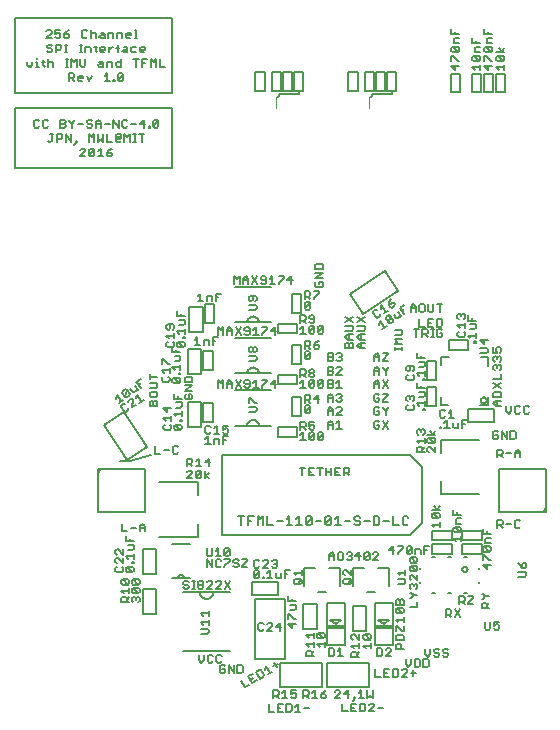
<source format=gto>
G75*
%MOIN*%
%OFA0B0*%
%FSLAX24Y24*%
%IPPOS*%
%LPD*%
%AMOC8*
5,1,8,0,0,1.08239X$1,22.5*
%
%ADD10C,0.0060*%
%ADD11C,0.0000*%
%ADD12C,0.0080*%
%ADD13C,0.0050*%
%ADD14R,0.0600X0.0125*%
D10*
X006700Y009670D02*
X006700Y009800D01*
X006743Y009843D01*
X006830Y009843D01*
X006873Y009800D01*
X006873Y009670D01*
X006873Y009757D02*
X006960Y009843D01*
X007050Y009800D02*
X007093Y009843D01*
X007137Y009843D01*
X007180Y009800D01*
X007223Y009843D01*
X007267Y009843D01*
X007310Y009800D01*
X007310Y009713D01*
X007267Y009670D01*
X007180Y009757D02*
X007180Y009800D01*
X007050Y009800D02*
X007050Y009713D01*
X007093Y009670D01*
X006960Y009670D02*
X006700Y009670D01*
X006787Y009965D02*
X006700Y010051D01*
X006960Y010051D01*
X006960Y009965D02*
X006960Y010138D01*
X007050Y010095D02*
X007093Y010138D01*
X007267Y009965D01*
X007310Y010008D01*
X007310Y010095D01*
X007267Y010138D01*
X007093Y010138D01*
X007050Y010095D02*
X007050Y010008D01*
X007093Y009965D01*
X007267Y009965D01*
X007267Y010259D02*
X007093Y010433D01*
X007267Y010433D01*
X007310Y010389D01*
X007310Y010303D01*
X007267Y010259D01*
X007093Y010259D01*
X007050Y010303D01*
X007050Y010389D01*
X007093Y010433D01*
X006960Y010389D02*
X006960Y010303D01*
X006917Y010259D01*
X006743Y010433D01*
X006917Y010433D01*
X006960Y010389D01*
X006917Y010259D02*
X006743Y010259D01*
X006700Y010303D01*
X006700Y010389D01*
X006743Y010433D01*
X006717Y010670D02*
X006543Y010670D01*
X006500Y010713D01*
X006500Y010800D01*
X006543Y010843D01*
X006543Y010965D02*
X006500Y011008D01*
X006500Y011095D01*
X006543Y011138D01*
X006587Y011138D01*
X006760Y010965D01*
X006760Y011138D01*
X006850Y011199D02*
X007110Y011199D01*
X007110Y011285D02*
X007110Y011112D01*
X007110Y011008D02*
X007110Y010965D01*
X007067Y010965D01*
X007067Y011008D01*
X007110Y011008D01*
X007067Y010843D02*
X007110Y010800D01*
X007110Y010713D01*
X007067Y010670D01*
X006893Y010843D01*
X007067Y010843D01*
X007067Y010670D02*
X006893Y010670D01*
X006850Y010713D01*
X006850Y010800D01*
X006893Y010843D01*
X006760Y010800D02*
X006717Y010843D01*
X006760Y010800D02*
X006760Y010713D01*
X006717Y010670D01*
X006937Y011112D02*
X006850Y011199D01*
X006760Y011259D02*
X006587Y011433D01*
X006543Y011433D01*
X006500Y011389D01*
X006500Y011303D01*
X006543Y011259D01*
X006760Y011259D02*
X006760Y011433D01*
X006937Y011407D02*
X007067Y011407D01*
X007110Y011450D01*
X007110Y011580D01*
X006937Y011580D01*
X006980Y011701D02*
X006980Y011788D01*
X007110Y011701D02*
X006850Y011701D01*
X006850Y011875D01*
X006893Y012030D02*
X006720Y012030D01*
X006720Y012290D01*
X007015Y012160D02*
X007188Y012160D01*
X007309Y012160D02*
X007483Y012160D01*
X007483Y012203D02*
X007483Y012030D01*
X007483Y012203D02*
X007396Y012290D01*
X007309Y012203D01*
X007309Y012030D01*
X008383Y011600D02*
X008997Y011600D01*
X009549Y011470D02*
X009549Y011253D01*
X009592Y011210D01*
X009679Y011210D01*
X009722Y011253D01*
X009722Y011470D01*
X009843Y011383D02*
X009930Y011470D01*
X009930Y011210D01*
X009843Y011210D02*
X010017Y011210D01*
X009973Y011095D02*
X009887Y011095D01*
X009843Y011052D01*
X009843Y010878D01*
X009887Y010835D01*
X009973Y010835D01*
X010017Y010878D01*
X010138Y010878D02*
X010138Y010835D01*
X010138Y010878D02*
X010312Y011052D01*
X010312Y011095D01*
X010138Y011095D01*
X010181Y011210D02*
X010138Y011253D01*
X010312Y011427D01*
X010312Y011253D01*
X010268Y011210D01*
X010181Y011210D01*
X010138Y011253D02*
X010138Y011427D01*
X010181Y011470D01*
X010268Y011470D01*
X010312Y011427D01*
X010476Y011095D02*
X010433Y011052D01*
X010433Y011008D01*
X010476Y010965D01*
X010563Y010965D01*
X010606Y010922D01*
X010606Y010878D01*
X010563Y010835D01*
X010476Y010835D01*
X010433Y010878D01*
X010476Y011095D02*
X010563Y011095D01*
X010606Y011052D01*
X010727Y011095D02*
X010901Y011095D01*
X010901Y011052D01*
X010727Y010878D01*
X010727Y010835D01*
X010901Y010835D01*
X011120Y010863D02*
X011163Y010820D01*
X011250Y010820D01*
X011293Y010863D01*
X011415Y010820D02*
X011588Y010993D01*
X011588Y011037D01*
X011545Y011080D01*
X011458Y011080D01*
X011415Y011037D01*
X011293Y011037D02*
X011250Y011080D01*
X011163Y011080D01*
X011120Y011037D01*
X011120Y010863D01*
X011163Y010730D02*
X011250Y010730D01*
X011293Y010687D01*
X011120Y010513D01*
X011163Y010470D01*
X011250Y010470D01*
X011293Y010513D01*
X011293Y010687D01*
X011163Y010730D02*
X011120Y010687D01*
X011120Y010513D01*
X011415Y010513D02*
X011415Y010470D01*
X011458Y010470D01*
X011458Y010513D01*
X011415Y010513D01*
X011562Y010470D02*
X011735Y010470D01*
X011649Y010470D02*
X011649Y010730D01*
X011562Y010643D01*
X011588Y010820D02*
X011415Y010820D01*
X011709Y010863D02*
X011753Y010820D01*
X011839Y010820D01*
X011883Y010863D01*
X011883Y010907D01*
X011839Y010950D01*
X011796Y010950D01*
X011839Y010950D02*
X011883Y010993D01*
X011883Y011037D01*
X011839Y011080D01*
X011753Y011080D01*
X011709Y011037D01*
X011857Y010643D02*
X011857Y010513D01*
X011900Y010470D01*
X012030Y010470D01*
X012030Y010643D01*
X012151Y010600D02*
X012238Y010600D01*
X012151Y010470D02*
X012151Y010730D01*
X012325Y010730D01*
X012450Y010651D02*
X012710Y010651D01*
X012710Y010565D02*
X012710Y010738D01*
X012537Y010565D02*
X012450Y010651D01*
X012493Y010443D02*
X012667Y010443D01*
X012710Y010400D01*
X012710Y010313D01*
X012667Y010270D01*
X012493Y010270D01*
X012450Y010313D01*
X012450Y010400D01*
X012493Y010443D01*
X012623Y010357D02*
X012710Y010443D01*
X012250Y009877D02*
X012250Y009704D01*
X012510Y009704D01*
X012510Y009583D02*
X012337Y009583D01*
X012380Y009704D02*
X012380Y009791D01*
X012510Y009583D02*
X012510Y009453D01*
X012467Y009409D01*
X012337Y009409D01*
X012293Y009288D02*
X012467Y009115D01*
X012510Y009115D01*
X012510Y008950D02*
X012250Y008950D01*
X012380Y008820D01*
X012380Y008993D01*
X012250Y009115D02*
X012250Y009288D01*
X012293Y009288D01*
X011989Y008980D02*
X011859Y008850D01*
X012033Y008850D01*
X011989Y008720D02*
X011989Y008980D01*
X011738Y008937D02*
X011738Y008893D01*
X011565Y008720D01*
X011738Y008720D01*
X011738Y008937D02*
X011695Y008980D01*
X011608Y008980D01*
X011565Y008937D01*
X011443Y008937D02*
X011400Y008980D01*
X011313Y008980D01*
X011270Y008937D01*
X011270Y008763D01*
X011313Y008720D01*
X011400Y008720D01*
X011443Y008763D01*
X011798Y007651D02*
X011885Y007501D01*
X011767Y007533D02*
X011917Y007620D01*
X011727Y007360D02*
X011576Y007273D01*
X011652Y007316D02*
X011522Y007542D01*
X011490Y007423D01*
X011363Y007400D02*
X011304Y007416D01*
X011191Y007351D01*
X011321Y007126D01*
X011434Y007191D01*
X011450Y007250D01*
X011363Y007400D01*
X011086Y007290D02*
X010936Y007204D01*
X011066Y006978D01*
X011216Y007065D01*
X011076Y007134D02*
X011001Y007091D01*
X010961Y006918D02*
X010811Y006831D01*
X010681Y007056D01*
X010697Y007310D02*
X010741Y007353D01*
X010741Y007527D01*
X010697Y007570D01*
X010567Y007570D01*
X010567Y007310D01*
X010697Y007310D01*
X010446Y007310D02*
X010446Y007570D01*
X010273Y007570D02*
X010446Y007310D01*
X010273Y007310D02*
X010273Y007570D01*
X010151Y007527D02*
X010108Y007570D01*
X010021Y007570D01*
X009978Y007527D01*
X009978Y007353D01*
X010021Y007310D01*
X010108Y007310D01*
X010151Y007353D01*
X010151Y007440D01*
X010065Y007440D01*
X009997Y007660D02*
X010041Y007703D01*
X009997Y007660D02*
X009911Y007660D01*
X009867Y007703D01*
X009867Y007877D01*
X009911Y007920D01*
X009997Y007920D01*
X010041Y007877D01*
X009746Y007877D02*
X009703Y007920D01*
X009616Y007920D01*
X009573Y007877D01*
X009573Y007703D01*
X009616Y007660D01*
X009703Y007660D01*
X009746Y007703D01*
X009451Y007747D02*
X009451Y007920D01*
X009278Y007920D02*
X009278Y007747D01*
X009365Y007660D01*
X009451Y007747D01*
X008753Y008056D02*
X010327Y008056D01*
X009610Y008663D02*
X009610Y008750D01*
X009567Y008793D01*
X009350Y008793D01*
X009437Y008915D02*
X009350Y009001D01*
X009610Y009001D01*
X009610Y008915D02*
X009610Y009088D01*
X009610Y009209D02*
X009610Y009383D01*
X009610Y009296D02*
X009350Y009296D01*
X009437Y009209D01*
X009610Y008663D02*
X009567Y008620D01*
X009350Y008620D01*
X009304Y010024D02*
X008753Y010024D01*
X008813Y010120D02*
X008770Y010163D01*
X008813Y010120D02*
X008900Y010120D01*
X008943Y010163D01*
X008943Y010207D01*
X008900Y010250D01*
X008813Y010250D01*
X008770Y010293D01*
X008770Y010337D01*
X008813Y010380D01*
X008900Y010380D01*
X008943Y010337D01*
X009065Y010380D02*
X009151Y010380D01*
X009108Y010380D02*
X009108Y010120D01*
X009065Y010120D02*
X009151Y010120D01*
X009261Y010163D02*
X009261Y010207D01*
X009304Y010250D01*
X009391Y010250D01*
X009435Y010207D01*
X009435Y010163D01*
X009391Y010120D01*
X009304Y010120D01*
X009261Y010163D01*
X009304Y010250D02*
X009261Y010293D01*
X009261Y010337D01*
X009304Y010380D01*
X009391Y010380D01*
X009435Y010337D01*
X009435Y010293D01*
X009391Y010250D01*
X009556Y010337D02*
X009599Y010380D01*
X009686Y010380D01*
X009729Y010337D01*
X009729Y010293D01*
X009556Y010120D01*
X009729Y010120D01*
X009776Y010024D02*
X009304Y010024D01*
X009306Y009994D01*
X009311Y009965D01*
X009321Y009937D01*
X009333Y009910D01*
X009349Y009885D01*
X009368Y009862D01*
X009390Y009842D01*
X009414Y009825D01*
X009440Y009810D01*
X009467Y009800D01*
X009496Y009792D01*
X009525Y009788D01*
X009555Y009788D01*
X009584Y009792D01*
X009613Y009800D01*
X009640Y009810D01*
X009666Y009825D01*
X009690Y009842D01*
X009712Y009862D01*
X009731Y009885D01*
X009747Y009910D01*
X009759Y009937D01*
X009769Y009965D01*
X009774Y009994D01*
X009776Y010024D01*
X010327Y010024D01*
X010319Y010120D02*
X010145Y010380D01*
X010024Y010337D02*
X009980Y010380D01*
X009894Y010380D01*
X009850Y010337D01*
X010024Y010337D02*
X010024Y010293D01*
X009850Y010120D01*
X010024Y010120D01*
X010145Y010120D02*
X010319Y010380D01*
X010017Y011052D02*
X009973Y011095D01*
X009722Y011095D02*
X009722Y010835D01*
X009549Y011095D01*
X009549Y010835D01*
X008997Y010480D02*
X008383Y010480D01*
X008590Y010490D02*
X008592Y010508D01*
X008597Y010526D01*
X008605Y010543D01*
X008616Y010557D01*
X008630Y010570D01*
X008645Y010580D01*
X008663Y010586D01*
X008681Y010590D01*
X008699Y010590D01*
X008717Y010586D01*
X008735Y010580D01*
X008750Y010570D01*
X008764Y010557D01*
X008775Y010543D01*
X008783Y010526D01*
X008788Y010508D01*
X008790Y010490D01*
X010692Y012245D02*
X010692Y012535D01*
X010788Y012535D02*
X010595Y012535D01*
X010917Y012535D02*
X010917Y012245D01*
X010917Y012390D02*
X011014Y012390D01*
X010917Y012535D02*
X011111Y012535D01*
X011240Y012535D02*
X011336Y012438D01*
X011433Y012535D01*
X011433Y012245D01*
X011562Y012245D02*
X011562Y012535D01*
X011562Y012245D02*
X011755Y012245D01*
X011884Y012390D02*
X012078Y012390D01*
X012206Y012438D02*
X012303Y012535D01*
X012303Y012245D01*
X012206Y012245D02*
X012400Y012245D01*
X012529Y012245D02*
X012722Y012245D01*
X012625Y012245D02*
X012625Y012535D01*
X012529Y012438D01*
X012851Y012487D02*
X012851Y012293D01*
X013044Y012487D01*
X013044Y012293D01*
X012996Y012245D01*
X012899Y012245D01*
X012851Y012293D01*
X012851Y012487D02*
X012899Y012535D01*
X012996Y012535D01*
X013044Y012487D01*
X013173Y012390D02*
X013367Y012390D01*
X013495Y012293D02*
X013495Y012487D01*
X013544Y012535D01*
X013641Y012535D01*
X013689Y012487D01*
X013495Y012293D01*
X013544Y012245D01*
X013641Y012245D01*
X013689Y012293D01*
X013689Y012487D01*
X013818Y012438D02*
X013914Y012535D01*
X013914Y012245D01*
X013818Y012245D02*
X014011Y012245D01*
X014140Y012390D02*
X014334Y012390D01*
X014462Y012438D02*
X014511Y012390D01*
X014607Y012390D01*
X014656Y012342D01*
X014656Y012293D01*
X014607Y012245D01*
X014511Y012245D01*
X014462Y012293D01*
X014462Y012438D02*
X014462Y012487D01*
X014511Y012535D01*
X014607Y012535D01*
X014656Y012487D01*
X014785Y012390D02*
X014978Y012390D01*
X015107Y012535D02*
X015107Y012245D01*
X015252Y012245D01*
X015300Y012293D01*
X015300Y012487D01*
X015252Y012535D01*
X015107Y012535D01*
X015429Y012390D02*
X015623Y012390D01*
X015751Y012245D02*
X015945Y012245D01*
X016074Y012293D02*
X016074Y012487D01*
X016122Y012535D01*
X016219Y012535D01*
X016267Y012487D01*
X016267Y012293D02*
X016219Y012245D01*
X016122Y012245D01*
X016074Y012293D01*
X015751Y012245D02*
X015751Y012535D01*
X015747Y011530D02*
X015617Y011400D01*
X015790Y011400D01*
X015747Y011270D02*
X015747Y011530D01*
X015911Y011530D02*
X016085Y011530D01*
X016085Y011487D01*
X015911Y011313D01*
X015911Y011270D01*
X016206Y011313D02*
X016206Y011487D01*
X016249Y011530D01*
X016336Y011530D01*
X016380Y011487D01*
X016206Y011313D01*
X016249Y011270D01*
X016336Y011270D01*
X016380Y011313D01*
X016380Y011487D01*
X016501Y011443D02*
X016631Y011443D01*
X016674Y011400D01*
X016674Y011270D01*
X016795Y011270D02*
X016795Y011530D01*
X016969Y011530D01*
X016882Y011400D02*
X016795Y011400D01*
X016501Y011443D02*
X016501Y011270D01*
X016527Y011167D02*
X016570Y011123D01*
X016570Y011037D01*
X016527Y010993D01*
X016353Y011167D01*
X016527Y011167D01*
X016527Y010993D02*
X016353Y010993D01*
X016310Y011037D01*
X016310Y011123D01*
X016353Y011167D01*
X016353Y010872D02*
X016310Y010829D01*
X016310Y010742D01*
X016353Y010699D01*
X016527Y010699D01*
X016353Y010872D01*
X016527Y010872D01*
X016570Y010829D01*
X016570Y010742D01*
X016527Y010699D01*
X016570Y010577D02*
X016570Y010404D01*
X016397Y010577D01*
X016353Y010577D01*
X016310Y010534D01*
X016310Y010447D01*
X016353Y010404D01*
X016353Y010283D02*
X016397Y010283D01*
X016440Y010239D01*
X016483Y010283D01*
X016527Y010283D01*
X016570Y010239D01*
X016570Y010153D01*
X016527Y010109D01*
X016440Y010196D02*
X016440Y010239D01*
X016353Y010283D02*
X016310Y010239D01*
X016310Y010153D01*
X016353Y010109D01*
X016353Y009988D02*
X016310Y009988D01*
X016353Y009988D02*
X016440Y009901D01*
X016570Y009901D01*
X016440Y009901D02*
X016353Y009815D01*
X016310Y009815D01*
X016110Y009723D02*
X016110Y009593D01*
X015850Y009593D01*
X015850Y009723D01*
X015893Y009767D01*
X015937Y009767D01*
X015980Y009723D01*
X015980Y009593D01*
X015980Y009723D02*
X016023Y009767D01*
X016067Y009767D01*
X016110Y009723D01*
X016067Y009472D02*
X016110Y009429D01*
X016110Y009342D01*
X016067Y009299D01*
X015893Y009472D01*
X016067Y009472D01*
X016067Y009299D02*
X015893Y009299D01*
X015850Y009342D01*
X015850Y009429D01*
X015893Y009472D01*
X016110Y009177D02*
X016110Y009004D01*
X016110Y009091D02*
X015850Y009091D01*
X015937Y009004D01*
X015893Y008883D02*
X016067Y008709D01*
X016110Y008709D01*
X016110Y008883D01*
X015893Y008883D02*
X015850Y008883D01*
X015850Y008709D01*
X015893Y008588D02*
X015850Y008545D01*
X015850Y008415D01*
X016110Y008415D01*
X016110Y008545D01*
X016067Y008588D01*
X015893Y008588D01*
X015893Y008293D02*
X015980Y008293D01*
X016023Y008250D01*
X016023Y008120D01*
X016110Y008120D02*
X015850Y008120D01*
X015850Y008250D01*
X015893Y008293D01*
X015688Y008087D02*
X015645Y008130D01*
X015558Y008130D01*
X015515Y008087D01*
X015393Y008087D02*
X015350Y008130D01*
X015220Y008130D01*
X015220Y007870D01*
X015350Y007870D01*
X015393Y007913D01*
X015393Y008087D01*
X015515Y007870D02*
X015688Y008043D01*
X015688Y008087D01*
X015688Y007870D02*
X015515Y007870D01*
X015465Y007440D02*
X015465Y007180D01*
X015638Y007180D01*
X015759Y007180D02*
X015889Y007180D01*
X015933Y007223D01*
X015933Y007397D01*
X015889Y007440D01*
X015759Y007440D01*
X015759Y007180D01*
X015551Y007310D02*
X015465Y007310D01*
X015465Y007440D02*
X015638Y007440D01*
X015343Y007180D02*
X015170Y007180D01*
X015170Y007440D01*
X014630Y007836D02*
X014370Y007836D01*
X014370Y007966D01*
X014413Y008010D01*
X014500Y008010D01*
X014543Y007966D01*
X014543Y007836D01*
X014543Y007923D02*
X014630Y008010D01*
X014630Y008131D02*
X014630Y008304D01*
X014630Y008217D02*
X014370Y008217D01*
X014457Y008131D01*
X014413Y008425D02*
X014370Y008469D01*
X014370Y008555D01*
X014413Y008599D01*
X014457Y008599D01*
X014630Y008425D01*
X014630Y008599D01*
X014770Y008555D02*
X014813Y008599D01*
X014987Y008425D01*
X015030Y008469D01*
X015030Y008555D01*
X014987Y008599D01*
X014813Y008599D01*
X014770Y008555D02*
X014770Y008469D01*
X014813Y008425D01*
X014987Y008425D01*
X015030Y008304D02*
X015030Y008131D01*
X015030Y008217D02*
X014770Y008217D01*
X014857Y008131D01*
X014088Y007870D02*
X013915Y007870D01*
X014001Y007870D02*
X014001Y008130D01*
X013915Y008043D01*
X013793Y008087D02*
X013750Y008130D01*
X013620Y008130D01*
X013620Y007870D01*
X013750Y007870D01*
X013793Y007913D01*
X013793Y008087D01*
X013480Y008181D02*
X013480Y008354D01*
X013480Y008267D02*
X013220Y008267D01*
X013307Y008181D01*
X013130Y008181D02*
X013130Y008354D01*
X013130Y008267D02*
X012870Y008267D01*
X012957Y008181D01*
X013000Y008060D02*
X013043Y008016D01*
X013043Y007886D01*
X013043Y007973D02*
X013130Y008060D01*
X013000Y008060D02*
X012913Y008060D01*
X012870Y008016D01*
X012870Y007886D01*
X013130Y007886D01*
X013130Y008475D02*
X013130Y008649D01*
X013130Y008562D02*
X012870Y008562D01*
X012957Y008475D01*
X013220Y008519D02*
X013220Y008605D01*
X013263Y008649D01*
X013437Y008475D01*
X013480Y008519D01*
X013480Y008605D01*
X013437Y008649D01*
X013263Y008649D01*
X013220Y008519D02*
X013263Y008475D01*
X013437Y008475D01*
X013533Y006730D02*
X013446Y006687D01*
X013359Y006600D01*
X013489Y006600D01*
X013533Y006557D01*
X013533Y006513D01*
X013489Y006470D01*
X013403Y006470D01*
X013359Y006513D01*
X013359Y006600D01*
X013238Y006470D02*
X013065Y006470D01*
X013151Y006470D02*
X013151Y006730D01*
X013065Y006643D01*
X012943Y006600D02*
X012900Y006557D01*
X012770Y006557D01*
X012857Y006557D02*
X012943Y006470D01*
X012943Y006600D02*
X012943Y006687D01*
X012900Y006730D01*
X012770Y006730D01*
X012770Y006470D01*
X012533Y006513D02*
X012489Y006470D01*
X012403Y006470D01*
X012359Y006513D01*
X012359Y006600D02*
X012446Y006643D01*
X012489Y006643D01*
X012533Y006600D01*
X012533Y006513D01*
X012359Y006600D02*
X012359Y006730D01*
X012533Y006730D01*
X012151Y006730D02*
X012151Y006470D01*
X012065Y006470D02*
X012238Y006470D01*
X012199Y006280D02*
X012329Y006280D01*
X012373Y006237D01*
X012373Y006063D01*
X012329Y006020D01*
X012199Y006020D01*
X012199Y006280D01*
X012078Y006280D02*
X011905Y006280D01*
X011905Y006020D01*
X012078Y006020D01*
X011991Y006150D02*
X011905Y006150D01*
X011783Y006020D02*
X011610Y006020D01*
X011610Y006280D01*
X011770Y006470D02*
X011770Y006730D01*
X011900Y006730D01*
X011943Y006687D01*
X011943Y006600D01*
X011900Y006557D01*
X011770Y006557D01*
X011857Y006557D02*
X011943Y006470D01*
X012065Y006643D02*
X012151Y006730D01*
X012581Y006280D02*
X012581Y006020D01*
X012667Y006020D02*
X012494Y006020D01*
X012494Y006193D02*
X012581Y006280D01*
X012789Y006150D02*
X012962Y006150D01*
X013820Y006470D02*
X013993Y006643D01*
X013993Y006687D01*
X013950Y006730D01*
X013863Y006730D01*
X013820Y006687D01*
X013820Y006470D02*
X013993Y006470D01*
X014115Y006600D02*
X014288Y006600D01*
X014245Y006470D02*
X014245Y006730D01*
X014115Y006600D01*
X014070Y006290D02*
X014070Y006030D01*
X014243Y006030D01*
X014365Y006030D02*
X014538Y006030D01*
X014659Y006030D02*
X014789Y006030D01*
X014833Y006073D01*
X014833Y006247D01*
X014789Y006290D01*
X014659Y006290D01*
X014659Y006030D01*
X014451Y006160D02*
X014365Y006160D01*
X014365Y006290D02*
X014365Y006030D01*
X014365Y006290D02*
X014538Y006290D01*
X014409Y006383D02*
X014496Y006470D01*
X014453Y006470D01*
X014453Y006513D01*
X014496Y006513D01*
X014496Y006470D01*
X014606Y006470D02*
X014779Y006470D01*
X014692Y006470D02*
X014692Y006730D01*
X014606Y006643D01*
X014900Y006730D02*
X014900Y006470D01*
X014987Y006557D01*
X015074Y006470D01*
X015074Y006730D01*
X015084Y006290D02*
X014997Y006290D01*
X014954Y006247D01*
X015084Y006290D02*
X015127Y006247D01*
X015127Y006203D01*
X014954Y006030D01*
X015127Y006030D01*
X015249Y006160D02*
X015422Y006160D01*
X016054Y007180D02*
X016227Y007353D01*
X016227Y007397D01*
X016184Y007440D01*
X016097Y007440D01*
X016054Y007397D01*
X016054Y007180D02*
X016227Y007180D01*
X016349Y007310D02*
X016522Y007310D01*
X016435Y007397D02*
X016435Y007223D01*
X016473Y007510D02*
X016603Y007510D01*
X016646Y007553D01*
X016646Y007727D01*
X016603Y007770D01*
X016473Y007770D01*
X016473Y007510D01*
X016351Y007597D02*
X016351Y007770D01*
X016178Y007770D02*
X016178Y007597D01*
X016265Y007510D01*
X016351Y007597D01*
X016767Y007510D02*
X016767Y007770D01*
X016897Y007770D01*
X016941Y007727D01*
X016941Y007553D01*
X016897Y007510D01*
X016767Y007510D01*
X016915Y007860D02*
X017001Y007947D01*
X017001Y008120D01*
X017123Y008077D02*
X017123Y008033D01*
X017166Y007990D01*
X017253Y007990D01*
X017296Y007947D01*
X017296Y007903D01*
X017253Y007860D01*
X017166Y007860D01*
X017123Y007903D01*
X017123Y008077D02*
X017166Y008120D01*
X017253Y008120D01*
X017296Y008077D01*
X017417Y008077D02*
X017417Y008033D01*
X017461Y007990D01*
X017547Y007990D01*
X017591Y007947D01*
X017591Y007903D01*
X017547Y007860D01*
X017461Y007860D01*
X017417Y007903D01*
X017417Y008077D02*
X017461Y008120D01*
X017547Y008120D01*
X017591Y008077D01*
X016915Y007860D02*
X016828Y007947D01*
X016828Y008120D01*
X017520Y009170D02*
X017520Y009430D01*
X017650Y009430D01*
X017693Y009387D01*
X017693Y009300D01*
X017650Y009257D01*
X017520Y009257D01*
X017607Y009257D02*
X017693Y009170D01*
X017815Y009170D02*
X017988Y009430D01*
X017815Y009430D02*
X017988Y009170D01*
X017970Y009605D02*
X017970Y009865D01*
X018100Y009865D01*
X018143Y009822D01*
X018143Y009735D01*
X018100Y009692D01*
X017970Y009692D01*
X018057Y009692D02*
X018143Y009605D01*
X018265Y009605D02*
X018438Y009605D01*
X018265Y009605D02*
X018265Y009648D01*
X018438Y009822D01*
X018438Y009865D01*
X018265Y009865D01*
X018705Y009949D02*
X018748Y009949D01*
X018835Y009862D01*
X018965Y009862D01*
X018835Y009862D02*
X018748Y009775D01*
X018705Y009775D01*
X018748Y009654D02*
X018705Y009611D01*
X018705Y009481D01*
X018965Y009481D01*
X018878Y009481D02*
X018878Y009611D01*
X018835Y009654D01*
X018748Y009654D01*
X018878Y009567D02*
X018965Y009654D01*
X018993Y009020D02*
X018993Y008803D01*
X018950Y008760D01*
X018863Y008760D01*
X018820Y008803D01*
X018820Y009020D01*
X019115Y009020D02*
X019115Y008890D01*
X019201Y008933D01*
X019245Y008933D01*
X019288Y008890D01*
X019288Y008803D01*
X019245Y008760D01*
X019158Y008760D01*
X019115Y008803D01*
X019115Y009020D02*
X019288Y009020D01*
X019935Y010520D02*
X020152Y010520D01*
X020195Y010563D01*
X020195Y010650D01*
X020152Y010693D01*
X019935Y010693D01*
X020065Y010815D02*
X020065Y010945D01*
X020108Y010988D01*
X020152Y010988D01*
X020195Y010945D01*
X020195Y010858D01*
X020152Y010815D01*
X020065Y010815D01*
X019978Y010901D01*
X019935Y010988D01*
X019010Y011061D02*
X018967Y011061D01*
X018793Y011235D01*
X018750Y011235D01*
X018750Y011061D01*
X018750Y010897D02*
X018880Y010767D01*
X018880Y010940D01*
X019010Y010897D02*
X018750Y010897D01*
X018793Y011356D02*
X018750Y011399D01*
X018750Y011486D01*
X018793Y011530D01*
X018967Y011356D01*
X019010Y011399D01*
X019010Y011486D01*
X018967Y011530D01*
X018793Y011530D01*
X018837Y011651D02*
X018837Y011781D01*
X018880Y011824D01*
X019010Y011824D01*
X019010Y011945D02*
X018750Y011945D01*
X018750Y012119D01*
X018880Y012032D02*
X018880Y011945D01*
X018837Y011651D02*
X019010Y011651D01*
X018967Y011356D02*
X018793Y011356D01*
X018030Y011700D02*
X018030Y011873D01*
X018030Y011787D02*
X017770Y011787D01*
X017857Y011700D01*
X017813Y011995D02*
X017770Y012038D01*
X017770Y012125D01*
X017813Y012168D01*
X017987Y011995D01*
X018030Y012038D01*
X018030Y012125D01*
X017987Y012168D01*
X017813Y012168D01*
X017857Y012289D02*
X017857Y012419D01*
X017900Y012463D01*
X018030Y012463D01*
X018030Y012584D02*
X017770Y012584D01*
X017770Y012757D01*
X017900Y012671D02*
X017900Y012584D01*
X017857Y012289D02*
X018030Y012289D01*
X017987Y011995D02*
X017813Y011995D01*
X017310Y012170D02*
X017310Y012343D01*
X017310Y012257D02*
X017050Y012257D01*
X017137Y012170D01*
X017093Y012465D02*
X017050Y012508D01*
X017050Y012595D01*
X017093Y012638D01*
X017267Y012465D01*
X017310Y012508D01*
X017310Y012595D01*
X017267Y012638D01*
X017093Y012638D01*
X017050Y012759D02*
X017310Y012759D01*
X017223Y012759D02*
X017137Y012889D01*
X017223Y012759D02*
X017310Y012889D01*
X017267Y012465D02*
X017093Y012465D01*
X016170Y010738D02*
X016170Y010565D01*
X016170Y010651D02*
X015910Y010651D01*
X015997Y010565D01*
X015910Y010443D02*
X016127Y010443D01*
X016170Y010400D01*
X016170Y010313D01*
X016127Y010270D01*
X015910Y010270D01*
X016570Y009693D02*
X016570Y009520D01*
X016310Y009520D01*
X015267Y011070D02*
X015093Y011070D01*
X015267Y011243D01*
X015267Y011287D01*
X015223Y011330D01*
X015137Y011330D01*
X015093Y011287D01*
X014972Y011287D02*
X014799Y011113D01*
X014842Y011070D01*
X014929Y011070D01*
X014972Y011113D01*
X014972Y011287D01*
X014929Y011330D01*
X014842Y011330D01*
X014799Y011287D01*
X014799Y011113D01*
X014677Y011200D02*
X014504Y011200D01*
X014634Y011330D01*
X014634Y011070D01*
X014383Y011113D02*
X014383Y011157D01*
X014339Y011200D01*
X014296Y011200D01*
X014339Y011200D02*
X014383Y011243D01*
X014383Y011287D01*
X014339Y011330D01*
X014253Y011330D01*
X014209Y011287D01*
X014088Y011287D02*
X014088Y011113D01*
X014045Y011070D01*
X013958Y011070D01*
X013915Y011113D01*
X013915Y011287D01*
X013958Y011330D01*
X014045Y011330D01*
X014088Y011287D01*
X014209Y011113D02*
X014253Y011070D01*
X014339Y011070D01*
X014383Y011113D01*
X014360Y010738D02*
X014360Y010565D01*
X014187Y010738D01*
X014143Y010738D01*
X014100Y010695D01*
X014100Y010608D01*
X014143Y010565D01*
X014143Y010443D02*
X014317Y010443D01*
X014360Y010400D01*
X014360Y010313D01*
X014317Y010270D01*
X014143Y010270D01*
X014100Y010313D01*
X014100Y010400D01*
X014143Y010443D01*
X014273Y010357D02*
X014360Y010443D01*
X013793Y011070D02*
X013793Y011243D01*
X013707Y011330D01*
X013620Y011243D01*
X013620Y011070D01*
X013620Y011200D02*
X013793Y011200D01*
X013824Y013895D02*
X013997Y013895D01*
X014118Y013895D02*
X014118Y014155D01*
X014248Y014155D01*
X014292Y014112D01*
X014292Y014025D01*
X014248Y013982D01*
X014118Y013982D01*
X014205Y013982D02*
X014292Y013895D01*
X013997Y014155D02*
X013824Y014155D01*
X013824Y013895D01*
X013702Y013895D02*
X013702Y014155D01*
X013702Y014025D02*
X013529Y014025D01*
X013529Y013895D02*
X013529Y014155D01*
X013408Y014155D02*
X013234Y014155D01*
X013321Y014155D02*
X013321Y013895D01*
X013113Y013895D02*
X012940Y013895D01*
X012940Y014155D01*
X013113Y014155D01*
X013026Y014025D02*
X012940Y014025D01*
X012818Y014155D02*
X012645Y014155D01*
X012732Y014155D02*
X012732Y013895D01*
X013824Y014025D02*
X013910Y014025D01*
X013389Y015070D02*
X013303Y015070D01*
X013259Y015113D01*
X013433Y015287D01*
X013433Y015113D01*
X013389Y015070D01*
X013259Y015113D02*
X013259Y015287D01*
X013303Y015330D01*
X013389Y015330D01*
X013433Y015287D01*
X013575Y015460D02*
X013575Y015633D01*
X013662Y015720D01*
X013749Y015633D01*
X013749Y015460D01*
X013870Y015460D02*
X014043Y015460D01*
X013957Y015460D02*
X013957Y015720D01*
X013870Y015633D01*
X013749Y015590D02*
X013575Y015590D01*
X013575Y015910D02*
X013575Y016083D01*
X013662Y016170D01*
X013749Y016083D01*
X013749Y015910D01*
X013870Y015910D02*
X014043Y016083D01*
X014043Y016127D01*
X014000Y016170D01*
X013913Y016170D01*
X013870Y016127D01*
X013749Y016040D02*
X013575Y016040D01*
X013575Y016360D02*
X013575Y016533D01*
X013662Y016620D01*
X013749Y016533D01*
X013749Y016360D01*
X013870Y016403D02*
X013913Y016360D01*
X014000Y016360D01*
X014043Y016403D01*
X014043Y016447D01*
X014000Y016490D01*
X013957Y016490D01*
X014000Y016490D02*
X014043Y016533D01*
X014043Y016577D01*
X014000Y016620D01*
X013913Y016620D01*
X013870Y016577D01*
X013749Y016490D02*
X013575Y016490D01*
X013288Y016450D02*
X013115Y016450D01*
X013245Y016580D01*
X013245Y016320D01*
X012993Y016320D02*
X012907Y016407D01*
X012950Y016407D02*
X012820Y016407D01*
X012820Y016320D02*
X012820Y016580D01*
X012950Y016580D01*
X012993Y016537D01*
X012993Y016450D01*
X012950Y016407D01*
X012950Y016230D02*
X012993Y016187D01*
X012820Y016013D01*
X012863Y015970D01*
X012950Y015970D01*
X012993Y016013D01*
X012993Y016187D01*
X012950Y016230D02*
X012863Y016230D01*
X012820Y016187D01*
X012820Y016013D01*
X012800Y015680D02*
X012843Y015637D01*
X012843Y015550D01*
X012800Y015507D01*
X012670Y015507D01*
X012757Y015507D02*
X012843Y015420D01*
X012757Y015330D02*
X012757Y015070D01*
X012843Y015070D02*
X012670Y015070D01*
X012670Y015243D02*
X012757Y015330D01*
X012670Y015420D02*
X012670Y015680D01*
X012800Y015680D01*
X012965Y015680D02*
X012965Y015550D01*
X013051Y015593D01*
X013095Y015593D01*
X013138Y015550D01*
X013138Y015463D01*
X013095Y015420D01*
X013008Y015420D01*
X012965Y015463D01*
X013008Y015330D02*
X013095Y015330D01*
X013138Y015287D01*
X012965Y015113D01*
X013008Y015070D01*
X013095Y015070D01*
X013138Y015113D01*
X013138Y015287D01*
X013008Y015330D02*
X012965Y015287D01*
X012965Y015113D01*
X012965Y015680D02*
X013138Y015680D01*
X013870Y015910D02*
X014043Y015910D01*
X014043Y016810D02*
X013870Y016810D01*
X013957Y016810D02*
X013957Y017070D01*
X013870Y016983D01*
X013749Y016983D02*
X013705Y016940D01*
X013575Y016940D01*
X013575Y016810D02*
X013575Y017070D01*
X013705Y017070D01*
X013749Y017027D01*
X013749Y016983D01*
X013705Y016940D02*
X013749Y016897D01*
X013749Y016853D01*
X013705Y016810D01*
X013575Y016810D01*
X013433Y016863D02*
X013389Y016820D01*
X013303Y016820D01*
X013259Y016863D01*
X013433Y017037D01*
X013433Y016863D01*
X013259Y016863D02*
X013259Y017037D01*
X013303Y017080D01*
X013389Y017080D01*
X013433Y017037D01*
X013575Y017260D02*
X013705Y017260D01*
X013749Y017303D01*
X013749Y017347D01*
X013705Y017390D01*
X013575Y017390D01*
X013575Y017260D02*
X013575Y017520D01*
X013705Y017520D01*
X013749Y017477D01*
X013749Y017433D01*
X013705Y017390D01*
X013870Y017477D02*
X013913Y017520D01*
X014000Y017520D01*
X014043Y017477D01*
X014043Y017433D01*
X013870Y017260D01*
X014043Y017260D01*
X014000Y017710D02*
X013913Y017710D01*
X013870Y017753D01*
X013749Y017753D02*
X013705Y017710D01*
X013575Y017710D01*
X013575Y017970D01*
X013705Y017970D01*
X013749Y017927D01*
X013749Y017883D01*
X013705Y017840D01*
X013575Y017840D01*
X013705Y017840D02*
X013749Y017797D01*
X013749Y017753D01*
X013870Y017927D02*
X013913Y017970D01*
X014000Y017970D01*
X014043Y017927D01*
X014043Y017883D01*
X014000Y017840D01*
X014043Y017797D01*
X014043Y017753D01*
X014000Y017710D01*
X014000Y017840D02*
X013957Y017840D01*
X014160Y018131D02*
X014160Y018261D01*
X014203Y018304D01*
X014247Y018304D01*
X014290Y018261D01*
X014290Y018131D01*
X014290Y018261D02*
X014333Y018304D01*
X014377Y018304D01*
X014420Y018261D01*
X014420Y018131D01*
X014160Y018131D01*
X014247Y018425D02*
X014160Y018512D01*
X014247Y018599D01*
X014420Y018599D01*
X014377Y018720D02*
X014420Y018763D01*
X014420Y018850D01*
X014377Y018893D01*
X014160Y018893D01*
X014160Y019015D02*
X014420Y019188D01*
X014560Y019188D02*
X014820Y019015D01*
X014777Y018893D02*
X014560Y018893D01*
X014560Y019015D02*
X014820Y019188D01*
X015077Y019311D02*
X015174Y019168D01*
X015234Y019156D01*
X015306Y019204D01*
X015318Y019265D01*
X015442Y019296D02*
X015586Y019393D01*
X015514Y019345D02*
X015369Y019561D01*
X015345Y019440D01*
X015221Y019408D02*
X015160Y019420D01*
X015089Y019372D01*
X015077Y019311D01*
X015324Y019046D02*
X015470Y018830D01*
X015398Y018782D02*
X015542Y018879D01*
X015618Y018982D02*
X015665Y019223D01*
X015762Y019079D01*
X015750Y019019D01*
X015678Y018971D01*
X015618Y018982D01*
X015521Y019126D01*
X015533Y019186D01*
X015605Y019235D01*
X015665Y019223D01*
X015790Y019255D02*
X015862Y019147D01*
X015923Y019135D01*
X016030Y019208D01*
X015933Y019352D01*
X016058Y019384D02*
X016130Y019432D01*
X016131Y019276D02*
X015985Y019492D01*
X016129Y019589D01*
X016341Y019523D02*
X016341Y019350D01*
X016341Y019480D02*
X016515Y019480D01*
X016515Y019523D02*
X016515Y019350D01*
X016636Y019393D02*
X016679Y019350D01*
X016766Y019350D01*
X016810Y019393D01*
X016810Y019567D01*
X016766Y019610D01*
X016679Y019610D01*
X016636Y019567D01*
X016636Y019393D01*
X016515Y019523D02*
X016428Y019610D01*
X016341Y019523D01*
X016636Y019120D02*
X016636Y018860D01*
X016810Y018860D01*
X016864Y018770D02*
X016908Y018727D01*
X016908Y018640D01*
X016864Y018597D01*
X016734Y018597D01*
X016821Y018597D02*
X016908Y018510D01*
X017029Y018510D02*
X017116Y018510D01*
X017072Y018510D02*
X017072Y018770D01*
X017029Y018770D02*
X017116Y018770D01*
X017104Y018860D02*
X016931Y018860D01*
X016931Y019120D01*
X017104Y019120D01*
X017225Y019120D02*
X017225Y018860D01*
X017355Y018860D01*
X017399Y018903D01*
X017399Y019077D01*
X017355Y019120D01*
X017225Y019120D01*
X017017Y018990D02*
X016931Y018990D01*
X016864Y018770D02*
X016734Y018770D01*
X016734Y018510D01*
X016526Y018510D02*
X016526Y018770D01*
X016440Y018770D02*
X016613Y018770D01*
X016974Y019350D02*
X017061Y019350D01*
X017104Y019393D01*
X017104Y019610D01*
X017225Y019610D02*
X017399Y019610D01*
X017312Y019610D02*
X017312Y019350D01*
X016974Y019350D02*
X016931Y019393D01*
X016931Y019610D01*
X017269Y018770D02*
X017225Y018727D01*
X017225Y018553D01*
X017269Y018510D01*
X017355Y018510D01*
X017399Y018553D01*
X017399Y018640D01*
X017312Y018640D01*
X017399Y018727D02*
X017355Y018770D01*
X017269Y018770D01*
X017900Y018650D02*
X017900Y018563D01*
X017943Y018520D01*
X018117Y018520D01*
X018160Y018563D01*
X018160Y018650D01*
X018117Y018693D01*
X018160Y018815D02*
X018160Y018988D01*
X018160Y018901D02*
X017900Y018901D01*
X017987Y018815D01*
X017943Y018693D02*
X017900Y018650D01*
X018250Y018554D02*
X018510Y018554D01*
X018510Y018467D02*
X018510Y018641D01*
X018467Y018762D02*
X018510Y018805D01*
X018510Y018935D01*
X018337Y018935D01*
X018380Y019057D02*
X018380Y019143D01*
X018510Y019057D02*
X018250Y019057D01*
X018250Y019230D01*
X018160Y019239D02*
X018160Y019153D01*
X018117Y019109D01*
X018030Y019196D02*
X018030Y019239D01*
X018073Y019283D01*
X018117Y019283D01*
X018160Y019239D01*
X018030Y019239D02*
X017987Y019283D01*
X017943Y019283D01*
X017900Y019239D01*
X017900Y019153D01*
X017943Y019109D01*
X018337Y018762D02*
X018467Y018762D01*
X018250Y018554D02*
X018337Y018467D01*
X018467Y018363D02*
X018510Y018363D01*
X018510Y018320D01*
X018467Y018320D01*
X018467Y018363D01*
X018650Y018395D02*
X018780Y018265D01*
X018780Y018438D01*
X018910Y018395D02*
X018650Y018395D01*
X018650Y018143D02*
X018867Y018143D01*
X018910Y018100D01*
X018910Y018013D01*
X018867Y017970D01*
X018650Y017970D01*
X018674Y017827D02*
X018927Y017827D01*
X018927Y017554D01*
X019100Y017529D02*
X019100Y017442D01*
X019143Y017399D01*
X019230Y017485D02*
X019230Y017529D01*
X019273Y017572D01*
X019317Y017572D01*
X019360Y017529D01*
X019360Y017442D01*
X019317Y017399D01*
X019360Y017277D02*
X019360Y017104D01*
X019100Y017104D01*
X019100Y016983D02*
X019360Y016809D01*
X019317Y016688D02*
X019143Y016688D01*
X019100Y016645D01*
X019100Y016515D01*
X019360Y016515D01*
X019360Y016645D01*
X019317Y016688D01*
X019100Y016809D02*
X019360Y016983D01*
X019230Y017529D02*
X019187Y017572D01*
X019143Y017572D01*
X019100Y017529D01*
X019143Y017693D02*
X019100Y017737D01*
X019100Y017823D01*
X019143Y017867D01*
X019187Y017867D01*
X019230Y017823D01*
X019273Y017867D01*
X019317Y017867D01*
X019360Y017823D01*
X019360Y017737D01*
X019317Y017693D01*
X019230Y017780D02*
X019230Y017823D01*
X019230Y017988D02*
X019187Y018075D01*
X019187Y018118D01*
X019230Y018161D01*
X019317Y018161D01*
X019360Y018118D01*
X019360Y018031D01*
X019317Y017988D01*
X019230Y017988D02*
X019100Y017988D01*
X019100Y018161D01*
X017626Y017827D02*
X017353Y017827D01*
X017353Y017574D01*
X016810Y017555D02*
X016810Y017685D01*
X016637Y017685D01*
X016680Y017807D02*
X016680Y017893D01*
X016810Y017807D02*
X016550Y017807D01*
X016550Y017980D01*
X016417Y017538D02*
X016243Y017538D01*
X016200Y017495D01*
X016200Y017408D01*
X016243Y017365D01*
X016287Y017365D01*
X016330Y017408D01*
X016330Y017538D01*
X016417Y017538D02*
X016460Y017495D01*
X016460Y017408D01*
X016417Y017365D01*
X016417Y017243D02*
X016460Y017200D01*
X016460Y017113D01*
X016417Y017070D01*
X016243Y017070D01*
X016200Y017113D01*
X016200Y017200D01*
X016243Y017243D01*
X016550Y017304D02*
X016810Y017304D01*
X016810Y017217D02*
X016810Y017391D01*
X016767Y017512D02*
X016810Y017555D01*
X016767Y017512D02*
X016637Y017512D01*
X016550Y017304D02*
X016637Y017217D01*
X016767Y017113D02*
X016810Y017113D01*
X016810Y017070D01*
X016767Y017070D01*
X016767Y017113D01*
X016680Y016893D02*
X016680Y016807D01*
X016637Y016685D02*
X016810Y016685D01*
X016810Y016555D01*
X016767Y016512D01*
X016637Y016512D01*
X016460Y016495D02*
X016417Y016538D01*
X016373Y016538D01*
X016330Y016495D01*
X016330Y016451D01*
X016330Y016495D02*
X016287Y016538D01*
X016243Y016538D01*
X016200Y016495D01*
X016200Y016408D01*
X016243Y016365D01*
X016243Y016243D02*
X016200Y016200D01*
X016200Y016113D01*
X016243Y016070D01*
X016417Y016070D01*
X016460Y016113D01*
X016460Y016200D01*
X016417Y016243D01*
X016417Y016365D02*
X016460Y016408D01*
X016460Y016495D01*
X016550Y016304D02*
X016810Y016304D01*
X016810Y016217D02*
X016810Y016391D01*
X016637Y016217D02*
X016550Y016304D01*
X016767Y016113D02*
X016810Y016113D01*
X016810Y016070D01*
X016767Y016070D01*
X016767Y016113D01*
X017320Y016037D02*
X017320Y015863D01*
X017363Y015820D01*
X017450Y015820D01*
X017493Y015863D01*
X017615Y015820D02*
X017788Y015820D01*
X017701Y015820D02*
X017701Y016080D01*
X017615Y015993D01*
X017493Y016037D02*
X017450Y016080D01*
X017363Y016080D01*
X017320Y016037D01*
X017353Y016253D02*
X017353Y016516D01*
X017353Y016253D02*
X017596Y016253D01*
X017554Y015730D02*
X017554Y015470D01*
X017467Y015470D02*
X017641Y015470D01*
X017762Y015513D02*
X017762Y015643D01*
X017762Y015513D02*
X017805Y015470D01*
X017935Y015470D01*
X017935Y015643D01*
X018057Y015600D02*
X018143Y015600D01*
X018057Y015470D02*
X018057Y015730D01*
X018230Y015730D01*
X018664Y016253D02*
X018927Y016253D01*
X018927Y016506D01*
X018680Y016400D02*
X018682Y016420D01*
X018688Y016438D01*
X018697Y016456D01*
X018709Y016471D01*
X018724Y016483D01*
X018742Y016492D01*
X018760Y016498D01*
X018780Y016500D01*
X018800Y016498D01*
X018818Y016492D01*
X018836Y016483D01*
X018851Y016471D01*
X018863Y016456D01*
X018872Y016438D01*
X018878Y016420D01*
X018880Y016400D01*
X018878Y016380D01*
X018872Y016362D01*
X018863Y016344D01*
X018851Y016329D01*
X018836Y016317D01*
X018818Y016308D01*
X018800Y016302D01*
X018780Y016300D01*
X018760Y016302D01*
X018742Y016308D01*
X018724Y016317D01*
X018709Y016329D01*
X018697Y016344D01*
X018688Y016362D01*
X018682Y016380D01*
X018680Y016400D01*
X019100Y016307D02*
X019187Y016393D01*
X019360Y016393D01*
X019230Y016393D02*
X019230Y016220D01*
X019187Y016220D02*
X019100Y016307D01*
X019187Y016220D02*
X019360Y016220D01*
X019528Y016220D02*
X019528Y016047D01*
X019615Y015960D01*
X019701Y016047D01*
X019701Y016220D01*
X019823Y016177D02*
X019823Y016003D01*
X019866Y015960D01*
X019953Y015960D01*
X019996Y016003D01*
X020117Y016003D02*
X020161Y015960D01*
X020247Y015960D01*
X020291Y016003D01*
X020117Y016003D02*
X020117Y016177D01*
X020161Y016220D01*
X020247Y016220D01*
X020291Y016177D01*
X019996Y016177D02*
X019953Y016220D01*
X019866Y016220D01*
X019823Y016177D01*
X019797Y015370D02*
X019667Y015370D01*
X019667Y015110D01*
X019797Y015110D01*
X019841Y015153D01*
X019841Y015327D01*
X019797Y015370D01*
X019546Y015370D02*
X019546Y015110D01*
X019373Y015370D01*
X019373Y015110D01*
X019251Y015153D02*
X019251Y015240D01*
X019165Y015240D01*
X019251Y015153D02*
X019208Y015110D01*
X019121Y015110D01*
X019078Y015153D01*
X019078Y015327D01*
X019121Y015370D01*
X019208Y015370D01*
X019251Y015327D01*
X019236Y014760D02*
X019366Y014760D01*
X019410Y014717D01*
X019410Y014630D01*
X019366Y014587D01*
X019236Y014587D01*
X019323Y014587D02*
X019410Y014500D01*
X019236Y014500D02*
X019236Y014760D01*
X019531Y014630D02*
X019704Y014630D01*
X019825Y014630D02*
X019999Y014630D01*
X019999Y014673D02*
X019999Y014500D01*
X019999Y014673D02*
X019912Y014760D01*
X019825Y014673D01*
X019825Y014500D01*
X019869Y012410D02*
X019825Y012367D01*
X019825Y012193D01*
X019869Y012150D01*
X019955Y012150D01*
X019999Y012193D01*
X019999Y012367D02*
X019955Y012410D01*
X019869Y012410D01*
X019704Y012280D02*
X019531Y012280D01*
X019410Y012280D02*
X019366Y012237D01*
X019236Y012237D01*
X019323Y012237D02*
X019410Y012150D01*
X019410Y012280D02*
X019410Y012367D01*
X019366Y012410D01*
X019236Y012410D01*
X019236Y012150D01*
X017160Y014670D02*
X016987Y014843D01*
X016943Y014843D01*
X016900Y014800D01*
X016900Y014713D01*
X016943Y014670D01*
X016810Y014670D02*
X016550Y014670D01*
X016550Y014800D01*
X016593Y014843D01*
X016680Y014843D01*
X016723Y014800D01*
X016723Y014670D01*
X016723Y014757D02*
X016810Y014843D01*
X016810Y014965D02*
X016810Y015138D01*
X016810Y015051D02*
X016550Y015051D01*
X016637Y014965D01*
X016900Y015008D02*
X016900Y015095D01*
X016943Y015138D01*
X017117Y014965D01*
X017160Y015008D01*
X017160Y015095D01*
X017117Y015138D01*
X016943Y015138D01*
X016900Y015259D02*
X017160Y015259D01*
X017073Y015259D02*
X017160Y015389D01*
X017073Y015259D02*
X016987Y015389D01*
X016810Y015389D02*
X016810Y015303D01*
X016767Y015259D01*
X016680Y015346D02*
X016680Y015389D01*
X016723Y015433D01*
X016767Y015433D01*
X016810Y015389D01*
X016680Y015389D02*
X016637Y015433D01*
X016593Y015433D01*
X016550Y015389D01*
X016550Y015303D01*
X016593Y015259D01*
X016900Y015008D02*
X016943Y014965D01*
X017117Y014965D01*
X017160Y014843D02*
X017160Y014670D01*
X017320Y015470D02*
X017363Y015470D01*
X017363Y015513D01*
X017320Y015513D01*
X017320Y015470D01*
X017467Y015643D02*
X017554Y015730D01*
X016810Y016807D02*
X016550Y016807D01*
X016550Y016980D01*
X015599Y017070D02*
X015425Y016810D01*
X015304Y016810D02*
X015304Y016983D01*
X015217Y017070D01*
X015131Y016983D01*
X015131Y016810D01*
X015131Y016940D02*
X015304Y016940D01*
X015425Y017070D02*
X015599Y016810D01*
X015599Y016620D02*
X015599Y016577D01*
X015425Y016403D01*
X015425Y016360D01*
X015599Y016360D01*
X015599Y016170D02*
X015599Y016127D01*
X015512Y016040D01*
X015512Y015910D01*
X015512Y016040D02*
X015425Y016127D01*
X015425Y016170D01*
X015304Y016127D02*
X015261Y016170D01*
X015174Y016170D01*
X015131Y016127D01*
X015131Y015953D01*
X015174Y015910D01*
X015261Y015910D01*
X015304Y015953D01*
X015304Y016040D01*
X015217Y016040D01*
X015174Y015720D02*
X015131Y015677D01*
X015131Y015503D01*
X015174Y015460D01*
X015261Y015460D01*
X015304Y015503D01*
X015304Y015590D01*
X015217Y015590D01*
X015304Y015677D02*
X015261Y015720D01*
X015174Y015720D01*
X015425Y015720D02*
X015599Y015460D01*
X015425Y015460D02*
X015599Y015720D01*
X015261Y016360D02*
X015304Y016403D01*
X015304Y016490D01*
X015217Y016490D01*
X015131Y016403D02*
X015174Y016360D01*
X015261Y016360D01*
X015131Y016403D02*
X015131Y016577D01*
X015174Y016620D01*
X015261Y016620D01*
X015304Y016577D01*
X015425Y016620D02*
X015599Y016620D01*
X015512Y017260D02*
X015512Y017390D01*
X015599Y017477D01*
X015599Y017520D01*
X015512Y017390D02*
X015425Y017477D01*
X015425Y017520D01*
X015304Y017433D02*
X015304Y017260D01*
X015304Y017390D02*
X015131Y017390D01*
X015131Y017433D02*
X015217Y017520D01*
X015304Y017433D01*
X015131Y017433D02*
X015131Y017260D01*
X015131Y017710D02*
X015131Y017883D01*
X015217Y017970D01*
X015304Y017883D01*
X015304Y017710D01*
X015425Y017710D02*
X015599Y017710D01*
X015425Y017710D02*
X015425Y017753D01*
X015599Y017927D01*
X015599Y017970D01*
X015425Y017970D01*
X015304Y017840D02*
X015131Y017840D01*
X014820Y018131D02*
X014647Y018131D01*
X014560Y018217D01*
X014647Y018304D01*
X014820Y018304D01*
X014820Y018425D02*
X014647Y018425D01*
X014560Y018512D01*
X014647Y018599D01*
X014820Y018599D01*
X014777Y018720D02*
X014820Y018763D01*
X014820Y018850D01*
X014777Y018893D01*
X014777Y018720D02*
X014560Y018720D01*
X014690Y018599D02*
X014690Y018425D01*
X014690Y018304D02*
X014690Y018131D01*
X014420Y018425D02*
X014247Y018425D01*
X014290Y018425D02*
X014290Y018599D01*
X014377Y018720D02*
X014160Y018720D01*
X014420Y019015D02*
X014160Y019188D01*
X013433Y018837D02*
X013433Y018663D01*
X013389Y018620D01*
X013303Y018620D01*
X013259Y018663D01*
X013433Y018837D01*
X013389Y018880D01*
X013303Y018880D01*
X013259Y018837D01*
X013259Y018663D01*
X013138Y018663D02*
X013095Y018620D01*
X013008Y018620D01*
X012965Y018663D01*
X013138Y018837D01*
X013138Y018663D01*
X012965Y018663D02*
X012965Y018837D01*
X013008Y018880D01*
X013095Y018880D01*
X013138Y018837D01*
X013095Y018970D02*
X013138Y019013D01*
X013138Y019187D01*
X013095Y019230D01*
X013008Y019230D01*
X012965Y019187D01*
X012965Y019143D01*
X013008Y019100D01*
X013138Y019100D01*
X013095Y018970D02*
X013008Y018970D01*
X012965Y019013D01*
X012843Y018970D02*
X012757Y019057D01*
X012800Y019057D02*
X012670Y019057D01*
X012670Y018970D02*
X012670Y019230D01*
X012800Y019230D01*
X012843Y019187D01*
X012843Y019100D01*
X012800Y019057D01*
X012757Y018880D02*
X012757Y018620D01*
X012843Y018620D02*
X012670Y018620D01*
X012670Y018793D02*
X012757Y018880D01*
X012820Y018380D02*
X012950Y018380D01*
X012993Y018337D01*
X012993Y018250D01*
X012950Y018207D01*
X012820Y018207D01*
X012907Y018207D02*
X012993Y018120D01*
X012950Y018030D02*
X012993Y017987D01*
X012820Y017813D01*
X012863Y017770D01*
X012950Y017770D01*
X012993Y017813D01*
X012993Y017987D01*
X012950Y018030D02*
X012863Y018030D01*
X012820Y017987D01*
X012820Y017813D01*
X012820Y018120D02*
X012820Y018380D01*
X013115Y018250D02*
X013245Y018250D01*
X013288Y018207D01*
X013288Y018163D01*
X013245Y018120D01*
X013158Y018120D01*
X013115Y018163D01*
X013115Y018250D01*
X013201Y018337D01*
X013288Y018380D01*
X013095Y017430D02*
X013138Y017387D01*
X013138Y017343D01*
X013095Y017300D01*
X013008Y017300D01*
X012965Y017343D01*
X012965Y017387D01*
X013008Y017430D01*
X013095Y017430D01*
X013095Y017300D02*
X013138Y017257D01*
X013138Y017213D01*
X013095Y017170D01*
X013008Y017170D01*
X012965Y017213D01*
X012965Y017257D01*
X013008Y017300D01*
X012843Y017300D02*
X012800Y017257D01*
X012670Y017257D01*
X012757Y017257D02*
X012843Y017170D01*
X012757Y017080D02*
X012757Y016820D01*
X012843Y016820D02*
X012670Y016820D01*
X012670Y016993D02*
X012757Y017080D01*
X012670Y017170D02*
X012670Y017430D01*
X012800Y017430D01*
X012843Y017387D01*
X012843Y017300D01*
X013008Y017080D02*
X013095Y017080D01*
X013138Y017037D01*
X012965Y016863D01*
X013008Y016820D01*
X013095Y016820D01*
X013138Y016863D01*
X013138Y017037D01*
X013008Y017080D02*
X012965Y017037D01*
X012965Y016863D01*
X011861Y016950D02*
X011688Y016950D01*
X011818Y017080D01*
X011818Y016820D01*
X011681Y016731D02*
X010499Y016731D01*
X010509Y016820D02*
X010683Y017080D01*
X010804Y017037D02*
X010804Y016993D01*
X010847Y016950D01*
X010977Y016950D01*
X010977Y016863D02*
X010977Y017037D01*
X010934Y017080D01*
X010847Y017080D01*
X010804Y017037D01*
X010804Y016863D02*
X010847Y016820D01*
X010934Y016820D01*
X010977Y016863D01*
X011099Y016820D02*
X011272Y016820D01*
X011185Y016820D02*
X011185Y017080D01*
X011099Y016993D01*
X011287Y017299D02*
X011285Y017326D01*
X011280Y017352D01*
X011271Y017377D01*
X011258Y017401D01*
X011243Y017423D01*
X011224Y017443D01*
X011204Y017460D01*
X011181Y017474D01*
X011156Y017485D01*
X011130Y017492D01*
X011103Y017496D01*
X011077Y017496D01*
X011050Y017492D01*
X011024Y017485D01*
X010999Y017474D01*
X010976Y017460D01*
X010956Y017443D01*
X010937Y017423D01*
X010922Y017401D01*
X010909Y017377D01*
X010900Y017352D01*
X010895Y017326D01*
X010893Y017299D01*
X011287Y017299D01*
X011681Y017299D01*
X011567Y017080D02*
X011393Y017080D01*
X011567Y017080D02*
X011567Y017037D01*
X011393Y016863D01*
X011393Y016820D01*
X010993Y016488D02*
X011167Y016315D01*
X011210Y016315D01*
X011167Y016193D02*
X010950Y016193D01*
X010950Y016315D02*
X010950Y016488D01*
X010993Y016488D01*
X011167Y016193D02*
X011210Y016150D01*
X011210Y016063D01*
X011167Y016020D01*
X010950Y016020D01*
X010893Y015549D02*
X010499Y015549D01*
X010263Y015550D02*
X010089Y015550D01*
X010089Y015420D01*
X010176Y015463D01*
X010219Y015463D01*
X010263Y015420D01*
X010263Y015333D01*
X010219Y015290D01*
X010133Y015290D01*
X010089Y015333D01*
X010089Y015210D02*
X010263Y015210D01*
X010176Y015080D02*
X010089Y015080D01*
X009968Y015080D02*
X009968Y014950D01*
X010089Y014950D02*
X010089Y015210D01*
X009968Y015290D02*
X009795Y015290D01*
X009881Y015290D02*
X009881Y015550D01*
X009795Y015463D01*
X009673Y015507D02*
X009630Y015550D01*
X009543Y015550D01*
X009500Y015507D01*
X009500Y015333D01*
X009543Y015290D01*
X009630Y015290D01*
X009673Y015333D01*
X009587Y015210D02*
X009587Y014950D01*
X009673Y014950D02*
X009500Y014950D01*
X009500Y015123D02*
X009587Y015210D01*
X009795Y015123D02*
X009925Y015123D01*
X009968Y015080D01*
X009795Y015123D02*
X009795Y014950D01*
X009614Y014459D02*
X009484Y014329D01*
X009658Y014329D01*
X009614Y014199D02*
X009614Y014459D01*
X009276Y014459D02*
X009276Y014199D01*
X009190Y014199D02*
X009363Y014199D01*
X009320Y014059D02*
X009363Y014016D01*
X009190Y013842D01*
X009233Y013799D01*
X009320Y013799D01*
X009363Y013842D01*
X009363Y014016D01*
X009320Y014059D02*
X009233Y014059D01*
X009190Y014016D01*
X009190Y013842D01*
X009068Y013799D02*
X008895Y013799D01*
X009068Y013972D01*
X009068Y014016D01*
X009025Y014059D01*
X008938Y014059D01*
X008895Y014016D01*
X008895Y014199D02*
X008895Y014459D01*
X009025Y014459D01*
X009068Y014416D01*
X009068Y014329D01*
X009025Y014285D01*
X008895Y014285D01*
X008982Y014285D02*
X009068Y014199D01*
X009190Y014372D02*
X009276Y014459D01*
X009484Y014059D02*
X009484Y013799D01*
X009484Y013885D02*
X009614Y013972D01*
X009484Y013885D02*
X009614Y013799D01*
X008583Y014663D02*
X008539Y014620D01*
X008453Y014620D01*
X008409Y014663D01*
X008409Y014837D01*
X008453Y014880D01*
X008539Y014880D01*
X008583Y014837D01*
X008288Y014750D02*
X008115Y014750D01*
X007993Y014620D02*
X007820Y014620D01*
X007820Y014880D01*
X008143Y015420D02*
X008317Y015420D01*
X008360Y015463D01*
X008360Y015550D01*
X008317Y015593D01*
X008360Y015715D02*
X008360Y015888D01*
X008360Y015801D02*
X008100Y015801D01*
X008187Y015715D01*
X008143Y015593D02*
X008100Y015550D01*
X008100Y015463D01*
X008143Y015420D01*
X008450Y015463D02*
X008450Y015550D01*
X008493Y015593D01*
X008667Y015420D01*
X008710Y015463D01*
X008710Y015550D01*
X008667Y015593D01*
X008493Y015593D01*
X008450Y015463D02*
X008493Y015420D01*
X008667Y015420D01*
X008667Y015715D02*
X008667Y015758D01*
X008710Y015758D01*
X008710Y015715D01*
X008667Y015715D01*
X008710Y015862D02*
X008710Y016035D01*
X008710Y015949D02*
X008450Y015949D01*
X008537Y015862D01*
X008537Y016157D02*
X008667Y016157D01*
X008710Y016200D01*
X008710Y016330D01*
X008537Y016330D01*
X008580Y016451D02*
X008580Y016538D01*
X008710Y016451D02*
X008450Y016451D01*
X008450Y016625D01*
X008443Y016970D02*
X008400Y017013D01*
X008400Y017100D01*
X008443Y017143D01*
X008617Y016970D01*
X008660Y017013D01*
X008660Y017100D01*
X008617Y017143D01*
X008443Y017143D01*
X008310Y017150D02*
X008267Y017193D01*
X008310Y017150D02*
X008310Y017063D01*
X008267Y017020D01*
X008093Y017020D01*
X008050Y017063D01*
X008050Y017150D01*
X008093Y017193D01*
X008137Y017315D02*
X008050Y017401D01*
X008310Y017401D01*
X008310Y017315D02*
X008310Y017488D01*
X008400Y017499D02*
X008660Y017499D01*
X008660Y017585D02*
X008660Y017412D01*
X008660Y017308D02*
X008660Y017265D01*
X008617Y017265D01*
X008617Y017308D01*
X008660Y017308D01*
X008487Y017412D02*
X008400Y017499D01*
X008310Y017609D02*
X008267Y017609D01*
X008093Y017783D01*
X008050Y017783D01*
X008050Y017609D01*
X007900Y017191D02*
X007640Y017191D01*
X007640Y017277D02*
X007640Y017104D01*
X007640Y016983D02*
X007857Y016983D01*
X007900Y016939D01*
X007900Y016853D01*
X007857Y016809D01*
X007640Y016809D01*
X007683Y016688D02*
X007640Y016645D01*
X007640Y016558D01*
X007683Y016515D01*
X007857Y016515D01*
X007900Y016558D01*
X007900Y016645D01*
X007857Y016688D01*
X007683Y016688D01*
X007683Y016393D02*
X007727Y016393D01*
X007770Y016350D01*
X007770Y016220D01*
X007900Y016220D02*
X007900Y016350D01*
X007857Y016393D01*
X007813Y016393D01*
X007770Y016350D01*
X007683Y016393D02*
X007640Y016350D01*
X007640Y016220D01*
X007900Y016220D01*
X008100Y016139D02*
X008230Y016009D01*
X008230Y016183D01*
X008360Y016139D02*
X008100Y016139D01*
X008810Y016471D02*
X008810Y016558D01*
X008853Y016602D01*
X008940Y016602D02*
X008940Y016515D01*
X008940Y016602D02*
X009027Y016602D01*
X009070Y016558D01*
X009070Y016471D01*
X009027Y016428D01*
X008853Y016428D01*
X008810Y016471D01*
X008810Y016723D02*
X009070Y016896D01*
X008810Y016896D01*
X008810Y017017D02*
X008810Y017147D01*
X008853Y017191D01*
X009027Y017191D01*
X009070Y017147D01*
X009070Y017017D01*
X008810Y017017D01*
X008617Y016970D02*
X008443Y016970D01*
X008810Y016723D02*
X009070Y016723D01*
X008617Y017707D02*
X008487Y017707D01*
X008617Y017707D02*
X008660Y017750D01*
X008660Y017880D01*
X008487Y017880D01*
X008530Y018001D02*
X008530Y018088D01*
X008593Y018170D02*
X008550Y018213D01*
X008550Y018300D01*
X008593Y018343D01*
X008767Y018170D01*
X008810Y018213D01*
X008810Y018300D01*
X008767Y018343D01*
X008593Y018343D01*
X008460Y018300D02*
X008417Y018343D01*
X008460Y018300D02*
X008460Y018213D01*
X008417Y018170D01*
X008243Y018170D01*
X008200Y018213D01*
X008200Y018300D01*
X008243Y018343D01*
X008287Y018465D02*
X008200Y018551D01*
X008460Y018551D01*
X008460Y018465D02*
X008460Y018638D01*
X008550Y018699D02*
X008810Y018699D01*
X008810Y018785D02*
X008810Y018612D01*
X008810Y018508D02*
X008810Y018465D01*
X008767Y018465D01*
X008767Y018508D01*
X008810Y018508D01*
X008637Y018612D02*
X008550Y018699D01*
X008460Y018803D02*
X008460Y018889D01*
X008417Y018933D01*
X008243Y018933D01*
X008200Y018889D01*
X008200Y018803D01*
X008243Y018759D01*
X008287Y018759D01*
X008330Y018803D01*
X008330Y018933D01*
X008460Y018803D02*
X008417Y018759D01*
X008637Y018907D02*
X008767Y018907D01*
X008810Y018950D01*
X008810Y019080D01*
X008637Y019080D01*
X008680Y019201D02*
X008680Y019288D01*
X008810Y019201D02*
X008550Y019201D01*
X008550Y019375D01*
X009250Y019700D02*
X009423Y019700D01*
X009337Y019700D02*
X009337Y019960D01*
X009250Y019873D01*
X009545Y019873D02*
X009545Y019700D01*
X009718Y019700D02*
X009718Y019830D01*
X009675Y019873D01*
X009545Y019873D01*
X009839Y019830D02*
X009926Y019830D01*
X009839Y019700D02*
X009839Y019960D01*
X010013Y019960D01*
X010499Y020181D02*
X011681Y020181D01*
X011649Y020270D02*
X011822Y020270D01*
X011735Y020270D02*
X011735Y020530D01*
X011649Y020443D01*
X011527Y020400D02*
X011397Y020400D01*
X011354Y020443D01*
X011354Y020487D01*
X011397Y020530D01*
X011484Y020530D01*
X011527Y020487D01*
X011527Y020313D01*
X011484Y020270D01*
X011397Y020270D01*
X011354Y020313D01*
X011233Y020270D02*
X011059Y020530D01*
X010938Y020443D02*
X010938Y020270D01*
X011059Y020270D02*
X011233Y020530D01*
X010938Y020443D02*
X010851Y020530D01*
X010765Y020443D01*
X010765Y020270D01*
X010643Y020270D02*
X010643Y020530D01*
X010557Y020443D01*
X010470Y020530D01*
X010470Y020270D01*
X010765Y020400D02*
X010938Y020400D01*
X010993Y019888D02*
X010950Y019845D01*
X010950Y019758D01*
X010993Y019715D01*
X011037Y019715D01*
X011080Y019758D01*
X011080Y019888D01*
X011167Y019888D02*
X010993Y019888D01*
X011167Y019888D02*
X011210Y019845D01*
X011210Y019758D01*
X011167Y019715D01*
X011167Y019593D02*
X010950Y019593D01*
X010950Y019420D02*
X011167Y019420D01*
X011210Y019463D01*
X011210Y019550D01*
X011167Y019593D01*
X011287Y018999D02*
X011285Y019026D01*
X011280Y019052D01*
X011271Y019077D01*
X011258Y019101D01*
X011243Y019123D01*
X011224Y019143D01*
X011204Y019160D01*
X011181Y019174D01*
X011156Y019185D01*
X011130Y019192D01*
X011103Y019196D01*
X011077Y019196D01*
X011050Y019192D01*
X011024Y019185D01*
X010999Y019174D01*
X010976Y019160D01*
X010956Y019143D01*
X010937Y019123D01*
X010922Y019101D01*
X010909Y019077D01*
X010900Y019052D01*
X010895Y019026D01*
X010893Y018999D01*
X011287Y018999D01*
X011681Y018999D01*
X011567Y018830D02*
X011567Y018787D01*
X011393Y018613D01*
X011393Y018570D01*
X011272Y018570D02*
X011099Y018570D01*
X011185Y018570D02*
X011185Y018830D01*
X011099Y018743D01*
X010977Y018700D02*
X010847Y018700D01*
X010804Y018743D01*
X010804Y018787D01*
X010847Y018830D01*
X010934Y018830D01*
X010977Y018787D01*
X010977Y018613D01*
X010934Y018570D01*
X010847Y018570D01*
X010804Y018613D01*
X010683Y018570D02*
X010509Y018830D01*
X010388Y018743D02*
X010388Y018570D01*
X010509Y018570D02*
X010683Y018830D01*
X010499Y018999D02*
X010893Y018999D01*
X010499Y018481D02*
X011681Y018481D01*
X011818Y018570D02*
X011818Y018830D01*
X011688Y018700D01*
X011861Y018700D01*
X011567Y018830D02*
X011393Y018830D01*
X011167Y018188D02*
X011210Y018145D01*
X011210Y018058D01*
X011167Y018015D01*
X011123Y018015D01*
X011080Y018058D01*
X011080Y018145D01*
X011123Y018188D01*
X011167Y018188D01*
X011080Y018145D02*
X011037Y018188D01*
X010993Y018188D01*
X010950Y018145D01*
X010950Y018058D01*
X010993Y018015D01*
X011037Y018015D01*
X011080Y018058D01*
X011167Y017893D02*
X010950Y017893D01*
X010950Y017720D02*
X011167Y017720D01*
X011210Y017763D01*
X011210Y017850D01*
X011167Y017893D01*
X010893Y017299D02*
X010499Y017299D01*
X010509Y017080D02*
X010683Y016820D01*
X010388Y016820D02*
X010388Y016993D01*
X010301Y017080D01*
X010215Y016993D01*
X010215Y016820D01*
X010093Y016820D02*
X010093Y017080D01*
X010007Y016993D01*
X009920Y017080D01*
X009920Y016820D01*
X010215Y016950D02*
X010388Y016950D01*
X009739Y018250D02*
X009739Y018510D01*
X009913Y018510D01*
X009920Y018570D02*
X009920Y018830D01*
X010007Y018743D01*
X010093Y018830D01*
X010093Y018570D01*
X010215Y018570D02*
X010215Y018743D01*
X010301Y018830D01*
X010388Y018743D01*
X010388Y018700D02*
X010215Y018700D01*
X009826Y018380D02*
X009739Y018380D01*
X009618Y018380D02*
X009618Y018250D01*
X009618Y018380D02*
X009575Y018423D01*
X009445Y018423D01*
X009445Y018250D01*
X009323Y018250D02*
X009150Y018250D01*
X009237Y018250D02*
X009237Y018510D01*
X009150Y018423D01*
X008767Y018170D02*
X008593Y018170D01*
X008660Y018001D02*
X008400Y018001D01*
X008400Y018175D01*
X007343Y017121D02*
X007200Y017024D01*
X007345Y016809D01*
X007245Y016741D02*
X007148Y016885D01*
X007272Y016916D02*
X007344Y016965D01*
X007245Y016741D02*
X007137Y016668D01*
X007077Y016680D01*
X007004Y016788D01*
X006879Y016756D02*
X006976Y016612D01*
X006964Y016552D01*
X006892Y016503D01*
X006832Y016515D01*
X006879Y016756D01*
X006819Y016767D01*
X006747Y016719D01*
X006735Y016659D01*
X006832Y016515D01*
X006756Y016411D02*
X006612Y016314D01*
X006684Y016363D02*
X006539Y016578D01*
X006515Y016458D01*
X006700Y016237D02*
X006688Y016176D01*
X006785Y016033D01*
X006845Y016021D01*
X006917Y016069D01*
X006929Y016130D01*
X007054Y016161D02*
X007100Y016402D01*
X007076Y016438D01*
X007016Y016450D01*
X006944Y016401D01*
X006932Y016341D01*
X006832Y016273D02*
X006772Y016285D01*
X006700Y016237D01*
X007054Y016161D02*
X007197Y016258D01*
X007298Y016326D02*
X007442Y016423D01*
X007370Y016375D02*
X007224Y016590D01*
X007201Y016470D01*
X010893Y015549D02*
X011287Y015549D01*
X011681Y015549D01*
X011287Y015549D02*
X011285Y015576D01*
X011280Y015602D01*
X011271Y015627D01*
X011258Y015651D01*
X011243Y015673D01*
X011224Y015693D01*
X011204Y015710D01*
X011181Y015724D01*
X011156Y015735D01*
X011130Y015742D01*
X011103Y015746D01*
X011077Y015746D01*
X011050Y015742D01*
X011024Y015735D01*
X010999Y015724D01*
X010976Y015710D01*
X010956Y015693D01*
X010937Y015673D01*
X010922Y015651D01*
X010909Y015627D01*
X010900Y015602D01*
X010895Y015576D01*
X010893Y015549D01*
X011240Y012535D02*
X011240Y012245D01*
X015810Y018077D02*
X015810Y018164D01*
X015810Y018121D02*
X016070Y018121D01*
X016070Y018164D02*
X016070Y018077D01*
X016070Y018274D02*
X015810Y018274D01*
X015897Y018360D01*
X015810Y018447D01*
X016070Y018447D01*
X016027Y018568D02*
X016070Y018612D01*
X016070Y018698D01*
X016027Y018742D01*
X015810Y018742D01*
X015810Y018568D02*
X016027Y018568D01*
X015301Y018925D02*
X015324Y019046D01*
X015662Y019497D02*
X015723Y019485D01*
X015795Y019534D01*
X015806Y019594D01*
X015782Y019630D01*
X015722Y019642D01*
X015614Y019569D01*
X015662Y019497D01*
X015614Y019569D02*
X015637Y019689D01*
X015685Y019774D01*
X013420Y020221D02*
X013420Y020308D01*
X013377Y020352D01*
X013290Y020352D01*
X013290Y020265D01*
X013203Y020352D02*
X013160Y020308D01*
X013160Y020221D01*
X013203Y020178D01*
X013377Y020178D01*
X013420Y020221D01*
X013288Y020030D02*
X013288Y019987D01*
X013115Y019813D01*
X013115Y019770D01*
X012993Y019770D02*
X012907Y019857D01*
X012950Y019857D02*
X012820Y019857D01*
X012820Y019770D02*
X012820Y020030D01*
X012950Y020030D01*
X012993Y019987D01*
X012993Y019900D01*
X012950Y019857D01*
X012950Y019680D02*
X012993Y019637D01*
X012820Y019463D01*
X012863Y019420D01*
X012950Y019420D01*
X012993Y019463D01*
X012993Y019637D01*
X012950Y019680D02*
X012863Y019680D01*
X012820Y019637D01*
X012820Y019463D01*
X013115Y020030D02*
X013288Y020030D01*
X013160Y020473D02*
X013420Y020646D01*
X013160Y020646D01*
X013160Y020767D02*
X013160Y020897D01*
X013203Y020941D01*
X013377Y020941D01*
X013420Y020897D01*
X013420Y020767D01*
X013160Y020767D01*
X013160Y020473D02*
X013420Y020473D01*
X012411Y020400D02*
X012238Y020400D01*
X012368Y020530D01*
X012368Y020270D01*
X012117Y020487D02*
X011943Y020313D01*
X011943Y020270D01*
X011943Y020530D02*
X012117Y020530D01*
X012117Y020487D01*
X007892Y025490D02*
X007805Y025490D01*
X007762Y025533D01*
X007935Y025707D01*
X007935Y025533D01*
X007892Y025490D01*
X007762Y025533D02*
X007762Y025707D01*
X007805Y025750D01*
X007892Y025750D01*
X007935Y025707D01*
X007658Y025533D02*
X007658Y025490D01*
X007614Y025490D01*
X007614Y025533D01*
X007658Y025533D01*
X007493Y025620D02*
X007320Y025620D01*
X007450Y025750D01*
X007450Y025490D01*
X007469Y025270D02*
X007295Y025270D01*
X007382Y025270D02*
X007382Y025010D01*
X007185Y025010D02*
X007099Y025010D01*
X007142Y025010D02*
X007142Y025270D01*
X007099Y025270D02*
X007185Y025270D01*
X006977Y025270D02*
X006977Y025010D01*
X006804Y025010D02*
X006804Y025270D01*
X006891Y025183D01*
X006977Y025270D01*
X006860Y025490D02*
X006904Y025533D01*
X006860Y025490D02*
X006774Y025490D01*
X006730Y025533D01*
X006730Y025707D01*
X006774Y025750D01*
X006860Y025750D01*
X006904Y025707D01*
X007025Y025620D02*
X007198Y025620D01*
X006609Y025490D02*
X006609Y025750D01*
X006436Y025750D02*
X006609Y025490D01*
X006436Y025490D02*
X006436Y025750D01*
X006314Y025620D02*
X006141Y025620D01*
X006020Y025620D02*
X005846Y025620D01*
X005846Y025663D02*
X005933Y025750D01*
X006020Y025663D01*
X006020Y025490D01*
X005846Y025490D02*
X005846Y025663D01*
X005725Y025707D02*
X005682Y025750D01*
X005595Y025750D01*
X005552Y025707D01*
X005552Y025663D01*
X005595Y025620D01*
X005682Y025620D01*
X005725Y025577D01*
X005725Y025533D01*
X005682Y025490D01*
X005595Y025490D01*
X005552Y025533D01*
X005431Y025620D02*
X005257Y025620D01*
X005136Y025707D02*
X005136Y025750D01*
X005136Y025707D02*
X005049Y025620D01*
X005049Y025490D01*
X005049Y025620D02*
X004962Y025707D01*
X004962Y025750D01*
X004841Y025707D02*
X004841Y025663D01*
X004798Y025620D01*
X004668Y025620D01*
X004798Y025620D02*
X004841Y025577D01*
X004841Y025533D01*
X004798Y025490D01*
X004668Y025490D01*
X004668Y025750D01*
X004798Y025750D01*
X004841Y025707D01*
X004840Y025270D02*
X005013Y025010D01*
X005013Y025270D01*
X004840Y025270D02*
X004840Y025010D01*
X004718Y025140D02*
X004675Y025097D01*
X004545Y025097D01*
X004545Y025010D02*
X004545Y025270D01*
X004675Y025270D01*
X004718Y025227D01*
X004718Y025140D01*
X004424Y025270D02*
X004337Y025270D01*
X004380Y025270D02*
X004380Y025053D01*
X004337Y025010D01*
X004294Y025010D01*
X004250Y025053D01*
X004209Y025490D02*
X004252Y025533D01*
X004209Y025490D02*
X004122Y025490D01*
X004078Y025533D01*
X004078Y025707D01*
X004122Y025750D01*
X004209Y025750D01*
X004252Y025707D01*
X003957Y025707D02*
X003914Y025750D01*
X003827Y025750D01*
X003784Y025707D01*
X003784Y025533D01*
X003827Y025490D01*
X003914Y025490D01*
X003957Y025533D01*
X005178Y025053D02*
X005178Y025010D01*
X005221Y025010D01*
X005221Y025053D01*
X005178Y025053D01*
X005221Y025010D02*
X005134Y024923D01*
X005331Y024747D02*
X005374Y024790D01*
X005461Y024790D01*
X005504Y024747D01*
X005504Y024703D01*
X005331Y024530D01*
X005504Y024530D01*
X005625Y024573D02*
X005799Y024747D01*
X005799Y024573D01*
X005755Y024530D01*
X005669Y024530D01*
X005625Y024573D01*
X005625Y024747D01*
X005669Y024790D01*
X005755Y024790D01*
X005799Y024747D01*
X005920Y024703D02*
X006007Y024790D01*
X006007Y024530D01*
X006093Y024530D02*
X005920Y024530D01*
X006215Y024573D02*
X006258Y024530D01*
X006345Y024530D01*
X006388Y024573D01*
X006388Y024617D01*
X006345Y024660D01*
X006215Y024660D01*
X006215Y024573D01*
X006215Y024660D02*
X006301Y024747D01*
X006388Y024790D01*
X006388Y025010D02*
X006215Y025010D01*
X006215Y025270D01*
X006093Y025270D02*
X006093Y025010D01*
X006007Y025097D01*
X005920Y025010D01*
X005920Y025270D01*
X005799Y025270D02*
X005799Y025010D01*
X005625Y025010D02*
X005625Y025270D01*
X005712Y025183D01*
X005799Y025270D01*
X006509Y025227D02*
X006509Y025053D01*
X006553Y025010D01*
X006639Y025010D01*
X006683Y025053D01*
X006639Y025097D02*
X006639Y025183D01*
X006553Y025183D01*
X006553Y025097D01*
X006639Y025097D01*
X006683Y025140D01*
X006683Y025227D01*
X006639Y025270D01*
X006553Y025270D01*
X006509Y025227D01*
X006479Y027040D02*
X006436Y027040D01*
X006436Y027083D01*
X006479Y027083D01*
X006479Y027040D01*
X006583Y027083D02*
X006756Y027257D01*
X006756Y027083D01*
X006713Y027040D01*
X006626Y027040D01*
X006583Y027083D01*
X006583Y027257D01*
X006626Y027300D01*
X006713Y027300D01*
X006756Y027257D01*
X006683Y027520D02*
X006553Y027520D01*
X006509Y027563D01*
X006509Y027650D01*
X006553Y027693D01*
X006683Y027693D01*
X006683Y027780D02*
X006683Y027520D01*
X006388Y027520D02*
X006388Y027650D01*
X006345Y027693D01*
X006215Y027693D01*
X006215Y027520D01*
X006093Y027520D02*
X006093Y027650D01*
X006050Y027693D01*
X005963Y027693D01*
X005963Y027607D02*
X006093Y027607D01*
X006093Y027520D02*
X005963Y027520D01*
X005920Y027563D01*
X005963Y027607D01*
X006228Y027300D02*
X006141Y027213D01*
X006228Y027300D02*
X006228Y027040D01*
X006314Y027040D02*
X006141Y027040D01*
X005725Y027213D02*
X005638Y027040D01*
X005552Y027213D01*
X005431Y027170D02*
X005431Y027127D01*
X005257Y027127D01*
X005257Y027170D02*
X005300Y027213D01*
X005387Y027213D01*
X005431Y027170D01*
X005387Y027040D02*
X005300Y027040D01*
X005257Y027083D01*
X005257Y027170D01*
X005136Y027170D02*
X005092Y027127D01*
X004962Y027127D01*
X004962Y027040D02*
X004962Y027300D01*
X005092Y027300D01*
X005136Y027257D01*
X005136Y027170D01*
X005049Y027127D02*
X005136Y027040D01*
X005210Y027520D02*
X005210Y027780D01*
X005123Y027693D01*
X005036Y027780D01*
X005036Y027520D01*
X004926Y027520D02*
X004840Y027520D01*
X004883Y027520D02*
X004883Y027780D01*
X004840Y027780D02*
X004926Y027780D01*
X004902Y028000D02*
X004815Y028000D01*
X004858Y028000D02*
X004858Y028260D01*
X004815Y028260D02*
X004902Y028260D01*
X004694Y028217D02*
X004694Y028130D01*
X004651Y028087D01*
X004520Y028087D01*
X004520Y028000D02*
X004520Y028260D01*
X004651Y028260D01*
X004694Y028217D01*
X004626Y028480D02*
X004539Y028480D01*
X004496Y028523D01*
X004496Y028610D02*
X004583Y028653D01*
X004626Y028653D01*
X004669Y028610D01*
X004669Y028523D01*
X004626Y028480D01*
X004790Y028523D02*
X004834Y028480D01*
X004921Y028480D01*
X004964Y028523D01*
X004964Y028567D01*
X004921Y028610D01*
X004790Y028610D01*
X004790Y028523D01*
X004790Y028610D02*
X004877Y028697D01*
X004964Y028740D01*
X004669Y028740D02*
X004496Y028740D01*
X004496Y028610D01*
X004375Y028653D02*
X004375Y028697D01*
X004331Y028740D01*
X004245Y028740D01*
X004201Y028697D01*
X004375Y028653D02*
X004201Y028480D01*
X004375Y028480D01*
X004356Y028260D02*
X004269Y028260D01*
X004226Y028217D01*
X004226Y028173D01*
X004269Y028130D01*
X004356Y028130D01*
X004399Y028087D01*
X004399Y028043D01*
X004356Y028000D01*
X004269Y028000D01*
X004226Y028043D01*
X004399Y028217D02*
X004356Y028260D01*
X004250Y027780D02*
X004250Y027520D01*
X004141Y027520D02*
X004097Y027563D01*
X004097Y027737D01*
X004054Y027693D02*
X004141Y027693D01*
X004250Y027650D02*
X004294Y027693D01*
X004380Y027693D01*
X004424Y027650D01*
X004424Y027520D01*
X003944Y027520D02*
X003857Y027520D01*
X003901Y027520D02*
X003901Y027693D01*
X003857Y027693D01*
X003901Y027780D02*
X003901Y027824D01*
X003736Y027693D02*
X003736Y027563D01*
X003693Y027520D01*
X003650Y027563D01*
X003606Y027520D01*
X003563Y027563D01*
X003563Y027693D01*
X005331Y027780D02*
X005331Y027563D01*
X005374Y027520D01*
X005461Y027520D01*
X005504Y027563D01*
X005504Y027780D01*
X005503Y028000D02*
X005503Y028173D01*
X005633Y028173D01*
X005676Y028130D01*
X005676Y028000D01*
X005841Y028043D02*
X005884Y028000D01*
X005841Y028043D02*
X005841Y028217D01*
X005884Y028173D02*
X005797Y028173D01*
X005994Y028130D02*
X006037Y028173D01*
X006124Y028173D01*
X006167Y028130D01*
X006167Y028087D01*
X005994Y028087D01*
X005994Y028130D02*
X005994Y028043D01*
X006037Y028000D01*
X006124Y028000D01*
X006288Y028000D02*
X006288Y028173D01*
X006288Y028087D02*
X006375Y028173D01*
X006418Y028173D01*
X006534Y028130D02*
X006621Y028130D01*
X006577Y028217D02*
X006621Y028260D01*
X006577Y028217D02*
X006577Y028000D01*
X006730Y028043D02*
X006774Y028087D01*
X006904Y028087D01*
X006904Y028130D02*
X006904Y028000D01*
X006774Y028000D01*
X006730Y028043D01*
X006774Y028173D02*
X006860Y028173D01*
X006904Y028130D01*
X007025Y028130D02*
X007025Y028043D01*
X007068Y028000D01*
X007198Y028000D01*
X007320Y028043D02*
X007320Y028130D01*
X007363Y028173D01*
X007450Y028173D01*
X007493Y028130D01*
X007493Y028087D01*
X007320Y028087D01*
X007320Y028043D02*
X007363Y028000D01*
X007450Y028000D01*
X007393Y027780D02*
X007567Y027780D01*
X007688Y027780D02*
X007775Y027693D01*
X007861Y027780D01*
X007861Y027520D01*
X007983Y027520D02*
X008156Y027520D01*
X007983Y027520D02*
X007983Y027780D01*
X007688Y027780D02*
X007688Y027520D01*
X007480Y027650D02*
X007393Y027650D01*
X007393Y027520D02*
X007393Y027780D01*
X007272Y027780D02*
X007099Y027780D01*
X007185Y027780D02*
X007185Y027520D01*
X007025Y028130D02*
X007068Y028173D01*
X007198Y028173D01*
X007191Y028480D02*
X007191Y028740D01*
X007148Y028740D01*
X007027Y028610D02*
X007027Y028567D01*
X006853Y028567D01*
X006853Y028610D02*
X006853Y028523D01*
X006896Y028480D01*
X006983Y028480D01*
X007027Y028610D02*
X006983Y028653D01*
X006896Y028653D01*
X006853Y028610D01*
X006732Y028610D02*
X006732Y028480D01*
X006732Y028610D02*
X006689Y028653D01*
X006558Y028653D01*
X006558Y028480D01*
X006437Y028480D02*
X006437Y028610D01*
X006394Y028653D01*
X006264Y028653D01*
X006264Y028480D01*
X006143Y028480D02*
X006143Y028610D01*
X006099Y028653D01*
X006012Y028653D01*
X006012Y028567D02*
X006143Y028567D01*
X006143Y028480D02*
X006012Y028480D01*
X005969Y028523D01*
X006012Y028567D01*
X005848Y028610D02*
X005848Y028480D01*
X005848Y028610D02*
X005805Y028653D01*
X005718Y028653D01*
X005674Y028610D01*
X005674Y028740D02*
X005674Y028480D01*
X005553Y028523D02*
X005510Y028480D01*
X005423Y028480D01*
X005380Y028523D01*
X005380Y028697D01*
X005423Y028740D01*
X005510Y028740D01*
X005553Y028697D01*
X005393Y028260D02*
X005306Y028260D01*
X005350Y028260D02*
X005350Y028000D01*
X005393Y028000D02*
X005306Y028000D01*
X007148Y028480D02*
X007234Y028480D01*
X011905Y026507D02*
X011995Y026597D01*
X012005Y026597D01*
X012015Y026597D02*
X012615Y026597D01*
X012615Y026697D01*
X015005Y026507D02*
X015095Y026597D01*
X015105Y026597D01*
X015115Y026597D02*
X015715Y026597D01*
X015715Y026697D01*
X017690Y026690D02*
X017990Y026690D01*
X017990Y027290D01*
X017690Y027290D01*
X017690Y026690D01*
X018390Y026690D02*
X018390Y027290D01*
X018690Y027290D01*
X018690Y026690D01*
X018390Y026690D01*
X018790Y026690D02*
X018790Y027290D01*
X019090Y027290D01*
X019090Y026690D01*
X018790Y026690D01*
X019190Y026690D02*
X019490Y026690D01*
X019490Y027290D01*
X019190Y027290D01*
X019190Y026690D01*
X019287Y027420D02*
X019200Y027507D01*
X019460Y027507D01*
X019460Y027593D02*
X019460Y027420D01*
X019417Y027715D02*
X019243Y027888D01*
X019417Y027888D01*
X019460Y027845D01*
X019460Y027758D01*
X019417Y027715D01*
X019243Y027715D01*
X019200Y027758D01*
X019200Y027845D01*
X019243Y027888D01*
X019200Y028009D02*
X019460Y028009D01*
X019373Y028009D02*
X019287Y028139D01*
X019373Y028009D02*
X019460Y028139D01*
X019060Y028139D02*
X019060Y028053D01*
X019017Y028009D01*
X018843Y028183D01*
X019017Y028183D01*
X019060Y028139D01*
X019017Y028009D02*
X018843Y028009D01*
X018800Y028053D01*
X018800Y028139D01*
X018843Y028183D01*
X018887Y028304D02*
X018887Y028434D01*
X018930Y028477D01*
X019060Y028477D01*
X019060Y028599D02*
X018800Y028599D01*
X018800Y028772D01*
X018930Y028685D02*
X018930Y028599D01*
X018887Y028304D02*
X019060Y028304D01*
X018660Y028304D02*
X018400Y028304D01*
X018400Y028477D01*
X018530Y028391D02*
X018530Y028304D01*
X018530Y028183D02*
X018660Y028183D01*
X018530Y028183D02*
X018487Y028139D01*
X018487Y028009D01*
X018660Y028009D01*
X018617Y027888D02*
X018443Y027888D01*
X018617Y027715D01*
X018660Y027758D01*
X018660Y027845D01*
X018617Y027888D01*
X018617Y027715D02*
X018443Y027715D01*
X018400Y027758D01*
X018400Y027845D01*
X018443Y027888D01*
X018660Y027593D02*
X018660Y027420D01*
X018660Y027507D02*
X018400Y027507D01*
X018487Y027420D01*
X018800Y027550D02*
X018930Y027420D01*
X018930Y027593D01*
X019060Y027550D02*
X018800Y027550D01*
X018800Y027715D02*
X018800Y027888D01*
X018843Y027888D01*
X019017Y027715D01*
X019060Y027715D01*
X017960Y027715D02*
X017917Y027715D01*
X017743Y027888D01*
X017700Y027888D01*
X017700Y027715D01*
X017700Y027550D02*
X017830Y027420D01*
X017830Y027593D01*
X017960Y027550D02*
X017700Y027550D01*
X017743Y028009D02*
X017700Y028053D01*
X017700Y028139D01*
X017743Y028183D01*
X017917Y028009D01*
X017960Y028053D01*
X017960Y028139D01*
X017917Y028183D01*
X017743Y028183D01*
X017787Y028304D02*
X017787Y028434D01*
X017830Y028477D01*
X017960Y028477D01*
X017960Y028599D02*
X017700Y028599D01*
X017700Y028772D01*
X017830Y028685D02*
X017830Y028599D01*
X017787Y028304D02*
X017960Y028304D01*
X017917Y028009D02*
X017743Y028009D01*
D11*
X014965Y026521D02*
X014965Y026127D01*
X011865Y026127D02*
X011865Y026521D01*
D12*
X008390Y026640D02*
X008390Y029140D01*
X003140Y029140D01*
X003140Y026640D01*
X008390Y026640D01*
X008390Y026140D02*
X003140Y026140D01*
X003140Y024140D01*
X008390Y024140D01*
X008390Y026140D01*
X017340Y015074D02*
X017340Y014641D01*
X017340Y015074D02*
X018630Y015074D01*
X017340Y013696D02*
X017340Y013263D01*
X018630Y013263D01*
X009240Y013234D02*
X009240Y013667D01*
X007950Y013667D01*
X007690Y014590D02*
X006990Y014390D01*
X006640Y014390D01*
X007950Y011856D02*
X009240Y011856D01*
X009240Y012289D01*
D13*
X007420Y010110D02*
X007420Y009270D01*
X007860Y009270D01*
X007860Y010110D01*
X007420Y010110D01*
X007420Y010620D02*
X007860Y010620D01*
X007860Y011460D01*
X007420Y011460D01*
X007420Y010620D01*
X007484Y012681D02*
X005909Y012681D01*
X005909Y013981D01*
X006027Y014099D01*
X005948Y014099D01*
X005948Y014059D01*
X005948Y014099D02*
X005909Y014099D01*
X005909Y013981D01*
X006027Y014099D02*
X007484Y014099D01*
X007484Y012681D01*
X006900Y014412D02*
X007563Y014860D01*
X006780Y016020D01*
X006117Y015573D01*
X006900Y014412D01*
X008920Y015520D02*
X008920Y016360D01*
X009360Y016360D01*
X009360Y015520D01*
X008920Y015520D01*
X009430Y015670D02*
X009430Y016310D01*
X009750Y016310D01*
X009750Y015670D01*
X009430Y015670D01*
X010065Y014565D02*
X010065Y011915D01*
X016315Y011915D01*
X016715Y012315D01*
X016715Y014165D01*
X016315Y014565D01*
X010065Y014565D01*
X011920Y015180D02*
X011920Y015500D01*
X012560Y015500D01*
X012560Y015180D01*
X011920Y015180D01*
X012380Y015870D02*
X012380Y016510D01*
X012700Y016510D01*
X012700Y015870D01*
X012380Y015870D01*
X012560Y016930D02*
X011920Y016930D01*
X011920Y017250D01*
X012560Y017250D01*
X012560Y016930D01*
X012700Y017620D02*
X012380Y017620D01*
X012380Y018260D01*
X012700Y018260D01*
X012700Y017620D01*
X012560Y018630D02*
X011920Y018630D01*
X011920Y018950D01*
X012560Y018950D01*
X012560Y018630D01*
X012700Y019320D02*
X012380Y019320D01*
X012380Y019960D01*
X012700Y019960D01*
X012700Y019320D01*
X014311Y019930D02*
X014758Y019267D01*
X015919Y020050D01*
X015472Y020713D01*
X014311Y019930D01*
X016880Y017710D02*
X016880Y017070D01*
X017200Y017070D01*
X017200Y017710D01*
X016880Y017710D01*
X017620Y018080D02*
X017620Y018400D01*
X018260Y018400D01*
X018260Y018080D01*
X017620Y018080D01*
X017200Y016860D02*
X016880Y016860D01*
X016880Y016220D01*
X017200Y016220D01*
X017200Y016860D01*
X018270Y016110D02*
X018270Y015670D01*
X019110Y015670D01*
X019110Y016110D01*
X018270Y016110D01*
X019296Y014099D02*
X020871Y014099D01*
X020871Y012799D01*
X020753Y012681D01*
X020832Y012681D01*
X020832Y012721D01*
X020832Y012681D02*
X020871Y012681D01*
X020871Y012799D01*
X020753Y012681D02*
X019296Y012681D01*
X019296Y014099D01*
X018710Y012050D02*
X018070Y012050D01*
X018070Y011730D01*
X018710Y011730D01*
X018710Y012050D01*
X018710Y011600D02*
X018710Y011280D01*
X018070Y011280D01*
X018070Y011600D01*
X018710Y011600D01*
X018231Y011175D02*
X018112Y011175D01*
X017710Y011280D02*
X017710Y011600D01*
X017070Y011600D01*
X017070Y011280D01*
X017710Y011280D01*
X017679Y011175D02*
X017601Y011175D01*
X017168Y011175D02*
X017049Y011175D01*
X016656Y010821D02*
X016656Y010782D01*
X016656Y010348D02*
X016656Y010309D01*
X017049Y009974D02*
X017168Y009974D01*
X017601Y009974D02*
X017679Y009974D01*
X018112Y009974D02*
X018231Y009974D01*
X018624Y010309D02*
X018624Y010348D01*
X018624Y010782D02*
X018624Y010821D01*
X018064Y010762D02*
X018066Y010780D01*
X018072Y010798D01*
X018081Y010814D01*
X018093Y010827D01*
X018108Y010838D01*
X018125Y010846D01*
X018143Y010850D01*
X018161Y010850D01*
X018179Y010846D01*
X018196Y010838D01*
X018211Y010827D01*
X018223Y010814D01*
X018232Y010798D01*
X018238Y010780D01*
X018240Y010762D01*
X018238Y010744D01*
X018232Y010726D01*
X018223Y010710D01*
X018211Y010697D01*
X018196Y010686D01*
X018179Y010678D01*
X018161Y010674D01*
X018143Y010674D01*
X018125Y010678D01*
X018108Y010686D01*
X018093Y010697D01*
X018081Y010710D01*
X018072Y010726D01*
X018066Y010744D01*
X018064Y010762D01*
X017710Y011730D02*
X017070Y011730D01*
X017070Y012050D01*
X017710Y012050D01*
X017710Y011730D01*
X015606Y010810D02*
X015606Y010219D01*
X015153Y010003D02*
X014877Y010003D01*
X014860Y009560D02*
X014860Y008720D01*
X014420Y008720D01*
X014420Y009560D01*
X014860Y009560D01*
X015140Y009640D02*
X015140Y008240D01*
X015740Y008240D01*
X015740Y009640D01*
X015140Y009640D01*
X015252Y009090D02*
X015440Y008940D01*
X015628Y009090D01*
X015252Y009090D01*
X014028Y009090D02*
X013652Y009090D01*
X013840Y008940D01*
X014028Y009090D01*
X014140Y009640D02*
X013540Y009640D01*
X013540Y008240D01*
X014140Y008240D01*
X014140Y009640D01*
X013981Y010219D02*
X013981Y010810D01*
X013626Y010810D01*
X013154Y010810D02*
X012799Y010810D01*
X012799Y010219D01*
X013252Y010003D02*
X013528Y010003D01*
X013210Y009610D02*
X013210Y008770D01*
X012770Y008770D01*
X012770Y009610D01*
X013210Y009610D01*
X012140Y009790D02*
X011140Y009790D01*
X011140Y007790D01*
X012140Y007790D01*
X012140Y009790D01*
X011910Y009920D02*
X011910Y010360D01*
X011070Y010360D01*
X011070Y009920D01*
X011910Y009920D01*
X011990Y007640D02*
X011990Y006840D01*
X013390Y006840D01*
X013390Y007640D01*
X011990Y007640D01*
X013540Y007640D02*
X013540Y006840D01*
X014940Y006840D01*
X014940Y007640D01*
X013540Y007640D01*
X014424Y010219D02*
X014424Y010810D01*
X014779Y010810D01*
X015251Y010810D02*
X015606Y010810D01*
X009750Y017420D02*
X009750Y018060D01*
X009430Y018060D01*
X009430Y017420D01*
X009750Y017420D01*
X009360Y017270D02*
X009360Y018110D01*
X008920Y018110D01*
X008920Y017270D01*
X009360Y017270D01*
X009410Y018670D02*
X008970Y018670D01*
X008970Y019510D01*
X009410Y019510D01*
X009410Y018670D01*
X009480Y018970D02*
X009480Y019610D01*
X009800Y019610D01*
X009800Y018970D01*
X009480Y018970D01*
X011160Y026706D02*
X011160Y027346D01*
X011480Y027346D01*
X011480Y026706D01*
X011160Y026706D01*
X011715Y026712D02*
X011715Y027352D01*
X012035Y027352D01*
X012035Y026712D01*
X011715Y026712D01*
X012081Y026712D02*
X012081Y027352D01*
X012401Y027352D01*
X012401Y026712D01*
X012081Y026712D01*
X012447Y026712D02*
X012767Y026712D01*
X012767Y027352D01*
X012447Y027352D01*
X012447Y026712D01*
X014260Y026706D02*
X014260Y027346D01*
X014580Y027346D01*
X014580Y026706D01*
X014260Y026706D01*
X014815Y026712D02*
X014815Y027352D01*
X015135Y027352D01*
X015135Y026712D01*
X014815Y026712D01*
X015181Y026712D02*
X015181Y027352D01*
X015501Y027352D01*
X015501Y026712D01*
X015181Y026712D01*
X015547Y026712D02*
X015547Y027352D01*
X015867Y027352D01*
X015867Y026712D01*
X015547Y026712D01*
D14*
X015440Y008853D03*
X013840Y008853D03*
M02*

</source>
